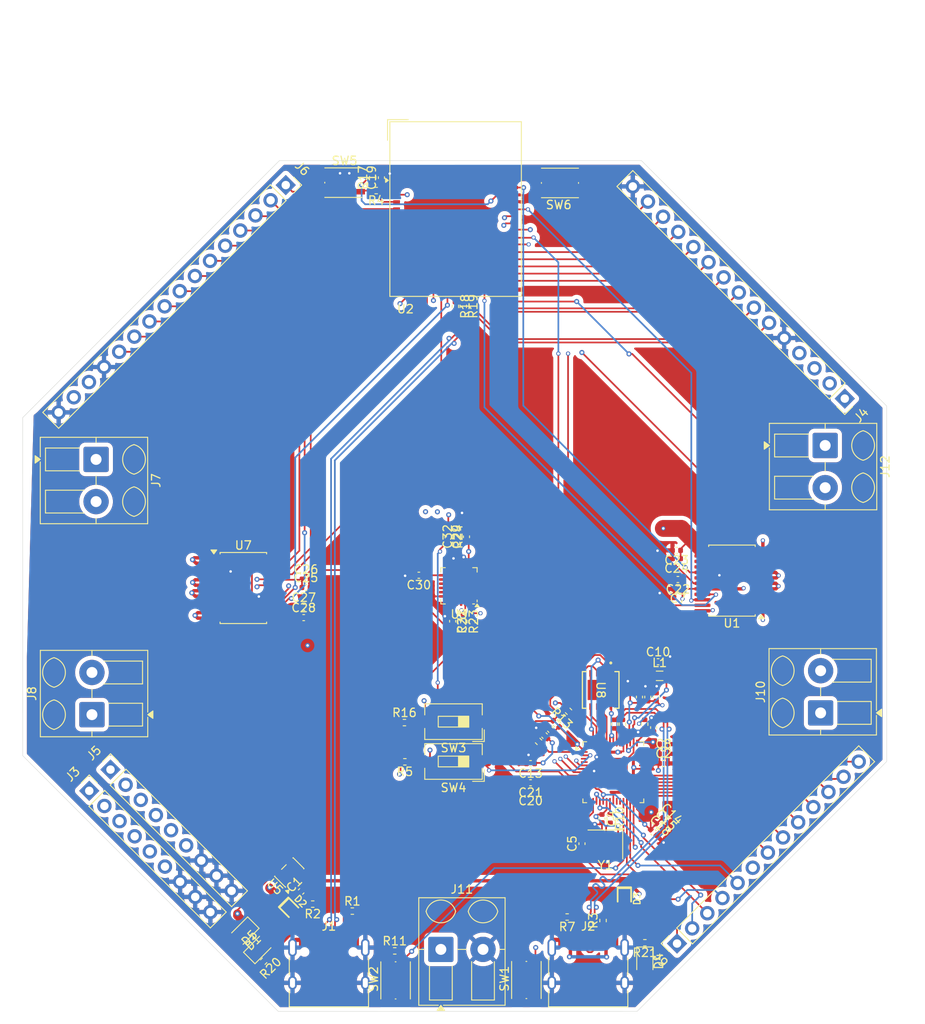
<source format=kicad_pcb>
(kicad_pcb (version 20241229) (generator "pcbnew") (generator_version "9.0")
  (layers (0 "F.Cu" signal) (4 "In1.Cu" signal) (6 "In2.Cu" signal) (2 "B.Cu" signal) (13 "F.Paste" user) (15 "B.Paste" user) (5 "F.SilkS" user "F.Silkscreen") (7 "B.SilkS" user "B.Silkscreen") (1 "F.Mask" user) (3 "B.Mask" user) (25 "Edge.Cuts" user))
  (net 0 "")
  (net 1 "EN")
  (net 2 "IO0")
  (net 3 "/XIN")
  (net 4 "Net-(J1-CC2)")
  (net 5 "Net-(C5-Pad1)")
  (net 6 "+1V1")
  (net 8 "Net-(J1-CC1)")
  (net 10 "IO9")
  (net 11 "IO3")
  (net 12 "IO8")
  (net 13 "IO5")
  (net 14 "IO4")
  (net 15 "IO2")
  (net 16 "IO7")
  (net 17 "IO1")
  (net 18 "IO6")
  (net 19 "IO37")
  (net 20 "IO39")
  (net 21 "IO38")
  (net 22 "IO36")
  (net 23 "IO35")
  (net 24 "IO40")
  (net 25 "IO21")
  (net 26 "/VREG_AVDD")
  (net 27 "VCC_ESP32_5V")
  (net 28 "IO10")
  (net 29 "IO26")
  (net 30 "IO45")
  (net 31 "IO15")
  (net 32 "IO11")
  (net 33 "IO14")
  (net 34 "IO47")
  (net 35 "IO48")
  (net 36 "IO42")
  (net 37 "IO46")
  (net 38 "IO33")
  (net 39 "IO41")
  (net 40 "IO17")
  (net 41 "IO18")
  (net 42 "IO12")
  (net 43 "IO13")
  (net 44 "VCC_RP2354A_5V")
  (net 45 "+5V")
  (net 46 "IO34")
  (net 47 "IO16")
  (net 48 "ESP_D+")
  (net 49 "ESP_D-")
  (net 50 "RP2354A_D-")
  (net 52 "RP2354A_D+")
  (net 54 "Net-(J2-CC1)")
  (net 55 "Net-(J2-CC2)")
  (net 56 "/GPIO7")
  (net 57 "/GPIO12")
  (net 58 "/GPIO9")
  (net 59 "/GPIO1")
  (net 60 "/GPIO2")
  (net 61 "/GPIO3")
  (net 62 "/GPIO0")
  (net 63 "/GPIO4")
  (net 64 "/GPIO8")
  (net 65 "/GPIO5")
  (net 66 "/GPIO6")
  (net 67 "/GPIO11")
  (net 68 "/GPIO10")
  (net 69 "/GPIO20")
  (net 70 "/GPIO13")
  (net 71 "/GPIO24")
  (net 72 "/GPIO22")
  (net 73 "/GPIO16")
  (net 74 "/GPIO14")
  (net 75 "/GPIO15")
  (net 76 "/GPIO25")
  (net 77 "/GPIO19")
  (net 78 "/GPIO23")
  (net 79 "/GPIO18")
  (net 80 "/GPIO17")
  (net 81 "/GPIO21")
  (net 82 "/VREG_LX")
  (net 83 "ESP_TXD")
  (net 84 "/FLASH_SS")
  (net 85 "/QSPI_SS")
  (net 86 "/XOUT")
  (net 87 "Net-(R11-Pad1)")
  (net 88 "/~{USB_BOOT}")
  (net 89 "Net-(U6-USB_DP)")
  (net 90 "Net-(U6-USB_DM)")
  (net 91 "ESP_RXD")
  (net 92 "Net-(U2-USB_D-)")
  (net 93 "Net-(U2-USB_D+)")
  (net 94 "/RUN")
  (net 95 "/QSPI_SD0")
  (net 96 "/QSPI_SD1")
  (net 97 "/QSPI_SCLK")
  (net 98 "/QSPI_SD2")
  (net 99 "/QSPI_SD3")
  (net 100 "/SWD")
  (net 101 "/GPIO29_ADC3")
  (net 102 "/SWCLK")
  (net 103 "/GPIO27_ADC1")
  (net 104 "/GPIO28_ADC2")
  (net 105 "/GPIO26_ADC0")
  (net 106 "MOTOR_1_B")
  (net 107 "MOTOR_1_A")
  (net 108 "MOTOR_2_B")
  (net 109 "MOTOR_2_A")
  (net 110 "MOTOR_4_A")
  (net 111 "MOTOR_4_B")
  (net 112 "L293D_HIGH_INPUT")
  (net 113 "MOTOR_3_B")
  (net 114 "MOTOR_3_A")
  (net 115 "Net-(D4-K)")
  (net 116 "Net-(D5-K)")
  (net 117 "GND")
  (net 118 "Net-(U3-CPOUT)")
  (net 119 "Net-(U3-REGOUT)")
  (net 135 "+3V3")
  (footprint "Resistor_SMD:R_0402_1005Metric" (layer "F.Cu") (at 146.82 80.330002 -90)
    (property "Reference" "R19")
    (property "Value" "22")
  )
  (footprint "Package_SO:SSOP-24_5.3x8.2mm_P0.65mm" (layer "F.Cu") (at 120.73 113.71)
    (property "Reference" "U7")
    (property "Value" "TB6612FNG")
  )
  (footprint "LED_SMD:LED_0805_2012Metric" (layer "F.Cu") (at 168.36 157.94 -90)
    (property "Reference" "D4")
    (property "Value" "LED")
  )
  (footprint "Capacitor_SMD:C_0402_1005Metric" (layer "F.Cu") (at 154.81 137.78 180)
    (property "Reference" "C20")
    (property "Value" "100n")
  )
  (footprint "Connector_PinSocket_2.54mm:PinSocket_1x16_P2.54mm_Vertical" (layer "F.Cu") (at 125.760768 65.959232 -45)
    (property "Reference" "J6")
    (property "Value" "ESP32_Socket_2")
  )
  (footprint "TerminalBlock_Altech:Altech_AK300_1x02_P5.00mm_45-Degree" (layer "F.Cu") (at 102.77 128.72 90)
    (property "Reference" "J8")
    (property "Value" "Motor 2")
  )
  (footprint "Connector_PinSocket_2.54mm:PinSocket_1x09_P2.54mm_Vertical" (layer "F.Cu") (at 102.450544 137.745189 45)
    (property "Reference" "J3")
    (property "Value" "Conn_01x09_Socket")
  )
  (footprint "ul_W25Q64JVXGIQ:DFN_XGIQ TR_WIN" (layer "F.Cu") (at 163.11985 125.7915 -90)
    (property "Reference" "U8")
    (property "Value" "W25Q64JVXGIQ TR")
  )
  (footprint "Connector_PinSocket_2.54mm:PinSocket_1x13_P2.54mm_Vertical" (layer "F.Cu") (at 172.177385 155.842615 135)
    (property "Reference" "J9")
    (property "Value" "Conn_01x13_Socket")
  )
  (footprint "Capacitor_SMD:C_0402_1005Metric" (layer "F.Cu") (at 172.28 112.7 180)
    (property "Reference" "C22")
    (property "Value" "0.1u")
  )
  (footprint "Capacitor_SMD:C_0402_1005Metric" (layer "F.Cu") (at 127.89 117.22)
    (property "Reference" "C28")
    (property "Value" "0.1u")
  )
  (footprint "Resistor_SMD:R_0402_1005Metric" (layer "F.Cu") (at 123.144405 157.938631 -135)
    (property "Reference" "R20")
    (property "Value" "330")
  )
  (footprint "Button_Switch_SMD:SW_DIP_SPSTx01_Slide_6.7x4.1mm_W6.73mm_P2.54mm_LowProfile_JPin" (layer "F.Cu") (at 145.66 134.27 180)
    (property "Reference" "SW4")
    (property "Value" "SW_DIP_x01")
  )
  (footprint "Button_Switch_SMD:SW_Push_1P1T_NO_Vertical_Wuerth_434133025816" (layer "F.Cu") (at 158.29 65.705 180)
    (property "Reference" "SW6")
    (property "Value" "Reset")
  )
  (footprint "Resistor_SMD:R_0402_1005Metric" (layer "F.Cu") (at 159.140001 152.7 180)
    (property "Reference" "R7")
    (property "Value" "5.1k")
  )
  (footprint "Package_TO_SOT_SMD:SOT-23-5" (layer "F.Cu") (at 126.18 147.42 135)
    (property "Reference" "U5")
    (property "Value" "AP2112K-3.3")
  )
  (footprint "LED_SMD:LED_0805_2012Metric" (layer "F.Cu") (at 122.622913 156.367087 45)
    (property "Reference" "D5")
    (property "Value" "LED")
  )
  (footprint "Capacitor_SMD:C_0402_1005Metric" (layer "F.Cu") (at 156.461178 131.201178 135)
    (property "Reference" "C12" (hide yes))
    (property "Value" "4.7u")
  )
  (footprint "TerminalBlock_Altech:Altech_AK300_1x02_P5.00mm_45-Degree" (layer "F.Cu") (at 189.21 128.51 90)
    (property "Reference" "J10")
    (property "Value" "Motor 3")
  )
  (footprint "Capacitor_SMD:C_0402_1005Metric" (layer "F.Cu") (at 170.58 134.5)
    (property "Reference" "C2")
    (property "Value" "10uF")
  )
  (footprint "Capacitor_SMD:C_0402_1005Metric" (layer "F.Cu") (at 157.150589 130.490589 135)
    (property "Reference" "C3" (hide yes))
    (property "Value" "0.1uF")
  )
  (footprint "Sensor_Motion:InvenSense_QFN-24_4x4mm_P0.5mm" (layer "F.Cu") (at 146.31 113.45 180)
    (property "Reference" "U3")
    (property "Value" "MPU-6050")
  )
  (footprint "Resistor_SMD:R_0402_1005Metric" (layer "F.Cu") (at 128.960001 151.17 180)
    (property "Reference" "R2")
    (property "Value" "5.1k")
  )
  (footprint "Connector_PinSocket_2.54mm:PinSocket_1x15_P2.54mm_Vertical" (layer "F.Cu") (at 192.074717 91.264717 -135)
    (property "Reference" "J4")
    (property "Value" "Conn_01x15_Socket")
  )
  (footprint "Connector_PinSocket_2.54mm:PinSocket_1x09_P2.54mm_Vertical" (layer "F.Cu") (at 104.97 135.23 45)
    (property "Reference" "J5")
    (property "Value" "Conn_01x09_Socket")
  )
  (footprint "Capacitor_SMD:C_0402_1005Metric" (layer "F.Cu") (at 167.72 126.63 90)
    (property "Reference" "C9" (hide yes))
    (property "Value" "4.7u")
  )
  (footprint "LED_SMD:LED_0805_2012Metric" (layer "F.Cu") (at 120.727197 154.552803 -135)
    (property "Reference" "D1")
    (property "Value" "LED")
  )
  (footprint "Resistor_SMD:R_0402_1005Metric" (layer "F.Cu") (at 139.84 129.66)
    (property "Reference" "R16")
    (property "Value" "10k")
  )
  (footprint "Capacitor_SMD:C_0402_1005Metric" (layer "F.Cu") (at 145.557538 117.645843 -90)
    (property "Reference" "C31")
    (property "Value" "2.2nF")
  )
  (footprint "Resistor_SMD:R_0402_1005Metric" (layer "F.Cu") (at 158.570589 129.060589 135)
    (property "Reference" "R8" (hide yes))
    (property "Value" "0")
  )
  (footprint "Resistor_SMD:R_0402_1005Metric" (layer "F.Cu") (at 163.4 153.12 90)
    (property "Reference" "R3")
    (property "Value" "5.1k")
  )
  (footprint "B5819W:SOD123FL" (layer "F.Cu") (at 126.1 151.55 -45)
    (property "Reference" "D2")
    (property "Value" "B5819W")
  )
  (footprint "Capacitor_SMD:C_0402_1005Metric" (layer "F.Cu") (at 170.58 133.36)
    (property "Reference" "C8")
    (property "Value" "4.7u")
  )
  (footprint "Capacitor_SMD:C_0402_1005Metric" (layer "F.Cu") (at 170.740589 141.310589 -45)
    (property "Reference" "C14")
    (property "Value" "100n")
  )
  (footprint "B5819W:SOD123FL" (layer "F.Cu") (at 165.93 150.03 -90)
    (property "Reference" "D3")
    (property "Value" "B5819W")
  )
  (footprint "Resistor_SMD:R_0402_1005Metric" (layer "F.Cu") (at 145.88 80.330001 -90)
    (property "Reference" "R18")
    (property "Value" "22")
  )
  (footprint "Package_SO:SSOP-24_5.3x8.2mm_P0.65mm" (layer "F.Cu") (at 178.69 112.8325 180)
    (property "Reference" "U1")
    (property "Value" "TB6612FNG")
  )
  (footprint "Resistor_SMD:R_0402_1005Metric" (layer "F.Cu") (at 168.36 155.752499 180)
    (property "Reference" "R21")
    (property "Value" "330")
  )
  (footprint "Capacitor_SMD:C_0402_1005Metric" (layer "F.Cu") (at 128.16 113.65)
    (property "Reference" "C25")
    (property "Value" "10u")
  )
  (footprint "Resistor_SMD:R_0402_1005Metric" (layer "F.Cu") (at 133.66 152)
    (property "Reference" "R1")
    (property "Value" "5.1k")
  )
  (footprint "Resistor_SMD:R_0402_1005Metric" (layer "F.Cu") (at 138.690123 156.716892)
    (property "Reference" "R11")
    (property "Value" "1k")
  )
  (footprint "Button_Switch_SMD:SW_Push_1P1T_NO_Vertical_Wuerth_434133025816" (layer "F.Cu") (at 132.589999 65.67)
    (property "Reference" "SW5")
    (property "Value" "Boot")
  )
  (footprint "Inductor_SMD:L_0805_2012Metric" (layer "F.Cu") (at 170.11 124.12)
    (property "Reference" "L1")
    (property "Value" "3.3u")
  )
  (footprint "Resistor_SMD:R_0402_1005Metric" (layer "F.Cu") (at 159.31 128.32 135)
    (property "Reference" "R13")
    (property "Value" "1k")
  )
  (footprint "Capacitor_SMD:C_0402_1005Metric" (layer "F.Cu") (at 147.2 107.64 90)
    (property "Reference" "C29")
    (property "Value" "0.1u")
  )
  (footprint "Crystal:Crystal_SMD_3225-4Pin_3.2x2.5mm" (layer "F.Cu") (at 163.67 144.1 180)
    (property "Reference" "Y1")
    (property "Value" "ABM8-272-T3")
  )
  (footprint "Capacitor_SMD:C_0402_1005Metric" (layer "F.Cu") (at 168.71 126.63 90)
    (property "Reference" "C17" (hide yes))
    (property "Value" "100n")
  )
  (footprint "Resistor_SMD:R_0402_1005Metric" (layer "F.Cu") (at 164.77 129.840001 -90)
    (property "Reference" "R14" (hide yes))
    (property "Value" "27")
  )
  (footprint "Capacitor_SMD:C_0402_1005Metric" (layer "F.Cu") (at 127.59 149.67 45)
    (property "Reference" "C1")
    (property "Value" "10uF")
  )
  (footprint "Resistor_SMD:R_0402_1005Metric" (layer "F.Cu") (at 136.08 65.080001 90)
    (property "Reference" "R17")
    (property "Value" "10k")
  )
  (footprint "Connector_USB:USB_C_Receptacle_HRO_TYPE-C-31-M-12" (layer "F.Cu") (at 161.64 159.45)
    (property "Reference" "J2")
    (property "Value" "USB_C_Receptacle_USB2.0_16P")
  )
  (footprint "Resistor_SMD:R_0402_1005Metric" (layer "F.Cu") (at 147.837538 117.695843 90)
    (property "Reference" "R22")
    (property "Value" "4.7k")
  )
  (footprint "RF_Module:ESP32-S2-MINI-1" (layer "F.Cu") (at 145.910001 68.8)
    (property "Reference" "U2")
    (property "Value" "ESP32-S3-MINI-1")
  )
  (footprint "Button_Switch_SMD:SW_Push_1P1T_NO_Vertical_Wuerth_434133025816" (layer "F.Cu") (at 154.305 160.165 90)
    (property "Reference" "SW1")
    (property "Value" "SW_Push")
  )
  (footprint "Resistor_SMD:R_0402_1005Metric" (layer "F.Cu") (at 155.749965 131.889965 135)
    (property "Reference" "R6" (hide yes))
    (property "Value" "DNF")
  )
  (footprint "Capacitor_SMD:C_0402_1005Metric" (layer "F.Cu") (at 146.12 107.61 90)
    (property "Reference" "C32")
    (property "Value" "0.1u")
  )
  (footprint "Capacitor_SMD:C_0402_1005Metric" (layer "F.Cu") (at 154.8 134.52 180)
    (property "Reference" "C13")
    (property "Value" "100n")
  )
  (footprint "Capacitor_SMD:C_0402_1005Metric" (layer "F.Cu") (at 172.12 110.23 180)
    (property "Reference" "C24")
    (property "Value" "0.1u")
  )
  (footprint "Connector_USB:USB_C_Receptacle_HRO_TYPE-C-31-M-12" (layer "F.Cu") (at 130.88 159.45)
    (property "Reference" "J1")
    (property "Value" "USB_C_Receptacle_USB2.0_16P")
  )
  (footprint "Capacitor_SMD:C_0402_1005Metric" (layer "F.Cu") (at 170.58 132.21)
    (property "Reference" "C16" (hide yes))
    (property "Value" "100n")
  )
  (footprint "Resistor_SMD:R_0402_1005Metric" (layer "F.Cu") (at 168.34 129.84 -90)
    (property "Reference" "R12" (hide yes))
    (property "Value" "33")
  )
  (footprint "Capacitor_SMD:C_0402_1005Metric" (layer "F.Cu") (at 172.28 113.82 180)
    (property "Reference" "C7")
    (property "Value" "10u")
  )
  (footprint "Resistor_SMD:R_0402_1005Metric" (layer "F.Cu") (at 136.49 66.61 180)
    (property "Reference" "R4")
    (property "Value" "10k")
  )
  (footprint "Resistor_SMD:R_0402_1005Metric" (layer "F.Cu") (at 157.840589 129.800589 135)
    (property "Reference" "R9" (hide yes))
    (property "Value" "DNF")
  )
  (footprint "Resistor_SMD:R_0402_1005Metric" (layer "F.Cu") (at 164.24 141.03 -90)
    (property "Reference" "R10")
    (property "Value" "1k")
  )
  (footprint "Capacitor_SMD:C_0402_1005Metric" (layer "F.Cu") (at 163.27 141.03 -90)
    (property "Reference" "C4")
    (property "Value" "15p")
  )
  (footprint "Capacitor_SMD:C_0402_1005Metric" (layer "F.Cu") (at 154.8 136.79 180)
    (property "Reference" "C21")
    (property "Value" "10u")
  )
  (footprint "Package_DFN_QFN:QFN-60-1EP_7x7mm_P0.4mm_EP3.4x3.4mm" (layer "F.Cu") (at 164.62 135.54)
    (property "Reference" "U6" (hide yes))
    (property "Value" "RP2350_60QFN")
  )
  (footprint "Resistor_SMD:R_0402_1005Metric" (layer "F.Cu") (at 145.042463 107.634157 -90)
    (property "Reference" "R24")
    (property "Value" "10k")
  )
  (footprint "Capacitor_SMD:C_0402_1005Metric" (layer "F.Cu") (at 169.71 126.63 90)
    (property "Reference" "C6" (hide yes))
    (property "Value" "100n")
  )
  (footprint "Capacitor_SMD:C_0402_1005Metric" (layer "F.Cu") (at 160.9 144.01 90)
    (property "Reference" "C5")
    (property "Value" "15p")
  )
  (footprint "Capacitor_SMD:C_0402_1005Metric" (layer "F.Cu") (at 137.109999 65.080001 90)
    (property "Reference" "C19")
    (property "Value" "100n")
  )
  (footprint "Resistor_SMD:R_0402_1005Metric" (layer "F.Cu") (at 146.887538 117.695844 -90)
    (property "Reference" "R23")
    (property "Value" "4.7k")
  )
  (footprint "Resistor_SMD:R_0402_1005Metric" (layer "F.Cu") (at 139.890001 134.31 180)
    (property "Reference" "R5")
    (property "Value" "10k")
  )
  (footprint "Button_Switch_SMD:SW_Push_1P1T_NO_Vertical_Wuerth_434133025816" (layer "F.Cu") (at 138.79 160.21 90)
    (property "Reference" "SW2")
    (property "Value" "SW_Push")
  )
  (footprint "Capacitor_SMD:C_0402_1005Metric" (layer "F.Cu") (at 141.547538 112.195843 180)
    (property "Reference" "C30")
    (property "Value" "0.1u")
  )
  (footprint "Capacitor_SMD:C_0402_1005Metric" (layer "F.Cu") (at 127.9 116)
    (property "Reference" "C27")
    (property "Value" "10u")
  )
  (footprint "Capacitor_SMD:C_0402_1005Metric" (layer "F.Cu") (at 169.93 122.45)
    (property "Reference" "C10")
    (property "Value" "100n")
  )
  (footprint "TerminalBlock_Altech:Altech_AK300_1x02_P5.00mm_45-Degree" (layer "F.Cu") (at 189.75 96.82 -90)
    (property "Reference" "J12")
    (property "Value" "Motor 3")
  )
  (footprint "Capacitor_SMD:C_0402_1005Metric" (layer "F.Cu") (at 128.17 112.67)
    (property "Reference" "C26")
    (property "Value" "0.1u")
  )
  (footprint "TerminalBlock_Altech:Altech_AK300_1x02_P5.00mm_45-Degree" (layer "F.Cu") (at 144.16 156.5375)
    (property "Reference" "J11")
    (property "Value" "Power Input L293d")
  )
  (footprint "Capacitor_SMD:C_0402_1005Metric" (layer "F.Cu") (at 170.06 142 -45)
    (property "Reference" "C15")
    (property "Value" "100n")
  )
  (footprint "Capacitor_SMD:C_0402_1005Metric" (layer "F.Cu") (at 169.4 130.25 90)
    (property "Reference" "C11" (hide yes))
    (property "Value" "4.7u")
  )
  (footprint "Button_Switch_SMD:SW_DIP_SPSTx01_Slide_6.7x4.1mm_W6.73mm_P2.54mm_LowProfile_JPin" (layer "F.Cu") (at 145.66 129.55 180)
    (property "Reference" "SW3")
    (property "Value" "SW_DIP_x01")
  )
  (footprint "Resistor_SMD:R_0402_1005Metric" (layer "F.Cu") (at 165.71 129.84 -90)
    (property "Reference" "R15" (hide yes))
    (property "Value" "27")
  )
  (footprint "Capacitor_SMD:C_0402_1005Metric" (layer "F.Cu") (at 172.12 109.25 180)
    (property "Reference" "C23")
    (property "Value" "10u")
  )
  (footprint "Capacitor_SMD:C_0402_1005Metric" (layer "F.Cu") (at 169.39 142.68 -45)
    (property "Reference" "C18")
    (property "Value" "100n")
  )
  (footprint "TerminalBlock_Altech:Altech_AK300_1x02_P5.00mm_45-Degree" (layer "F.Cu") (at 103.26 98.47 -90)
    (property "Reference" "J7")
    (property "Value" "Motor 1")
  )
  (gr_poly (pts (xy 94.552574 93.518647) (xy 125.00729 63.056396) (xy 167.949787 63.051085) (xy 197.041873 92.135979) (xy 197.047085 134.26855) (xy 167.442034 163.880923) (xy 124.870359 163.886187) (xy 94.557528 133.580852)) (stroke (width 0.05)) (fill no) (layer "Edge.Cuts"))
  (segment (start 156.24 64.63) (end 160.365 64.63) (width 0.2) (layer "F.Cu") (net 1))
  (segment (start 150.36 67.598001) (end 152.558002 65.399999) (width 0.2) (layer "F.Cu") (net 1))
  (segment (start 155.470001 65.399999) (end 156.24 64.63) (width 0.2) (layer "F.Cu") (net 1))
  (segment (start 152.910001 65.399999) (end 155.470001 65.399999) (width 0.2) (layer "F.Cu") (net 1))
  (segment (start 152.558002 65.399999) (end 152.910001 65.399999) (width 0.2) (layer "F.Cu") (net 1))
  (segment (start 136.08 64.599998) (end 134.76 65.919998) (width 0.2) (layer "F.Cu") (net 1))
  (segment (start 150.351999 67.598001) (end 150.36 67.598001) (width 0.2) (layer "F.Cu") (net 1))
  (segment (start 150.1 67.85) (end 150.351999 67.598001) (width 0.2) (layer "F.Cu") (net 1))
  (segment (start 136.08 64.570002) (end 136.08 64.599998) (width 0.2) (layer "F.Cu") (net 1))
  (via (at 150.1 67.85) (size 0.6) (drill 0.3) (layers "F.Cu" "B.Cu") (net 1))
  (via (at 134.76 65.919998) (size 0.6) (drill 0.3) (layers "F.Cu" "B.Cu") (net 1))
  (segment (start 149.72 68.23) (end 135.18 68.23) (width 0.2) (layer "B.Cu") (net 1))
  (segment (start 150.1 67.85) (end 149.72 68.23) (width 0.2) (layer "B.Cu") (net 1))
  (segment (start 135.18 68.23) (end 134.76 67.81) (width 0.2) (layer "B.Cu") (net 1))
  (segment (start 134.76 67.81) (end 134.76 65.919998) (width 0.2) (layer "B.Cu") (net 1))
  (segment (start 134.639999 66.745) (end 130.514999 66.745) (width 0.2) (layer "F.Cu") (net 2))
  (segment (start 126.546536 66.745) (end 125.760768 65.959232) (width 0.2) (layer "F.Cu") (net 2))
  (segment (start 134.774999 66.61) (end 134.639999 66.745) (width 0.2) (layer "F.Cu") (net 2))
  (segment (start 138.910001 67.95) (end 137.320001 67.95) (width 0.2) (layer "F.Cu") (net 2))
  (segment (start 135.980001 66.61) (end 134.774999 66.61) (width 0.2) (layer "F.Cu") (net 2))
  (segment (start 137.320001 67.95) (end 135.980001 66.61) (width 0.2) (layer "F.Cu") (net 2))
  (segment (start 130.514999 66.745) (end 126.546536 66.745) (width 0.2) (layer "F.Cu") (net 2))
  (segment (start 163.82 138.99) (end 163.82 140) (width 0.2) (layer "F.Cu") (net 3))
  (segment (start 163.82 140) (end 163.27 140.55) (width 0.2) (layer "F.Cu") (net 3))
  (segment (start 165.19 142.83) (end 164.77 143.25) (width 0.2) (layer "F.Cu") (net 3))
  (segment (start 162.81 140.55) (end 162.56 140.8) (width 0.2) (layer "F.Cu") (net 3))
  (segment (start 163.27 140.55) (end 162.81 140.55) (width 0.2) (layer "F.Cu") (net 3))
  (segment (start 165.19 141.89) (end 165.19 142.83) (width 0.2) (layer "F.Cu") (net 3))
  (via (at 165.19 141.89) (size 0.6) (drill 0.3) (layers "F.Cu" "B.Cu") (net 3))
  (via (at 162.56 140.8) (size 0.6) (drill 0.3) (layers "F.Cu" "B.Cu") (net 3))
  (segment (start 163.65 141.89) (end 165.19 141.89) (width 0.2) (layer "B.Cu") (net 3))
  (segment (start 162.56 140.8) (end 163.65 141.89) (width 0.2) (layer "B.Cu") (net 3))
  (segment (start 132.63 152.52) (end 133.15 152) (width 0.2) (layer "F.Cu") (net 4))
  (segment (start 132.63 155.405) (end 132.63 152.52) (width 0.2) (layer "F.Cu") (net 4))
  (segment (start 162.57 144.95) (end 161.36 144.95) (width 0.2) (layer "F.Cu") (net 5))
  (segment (start 163.769 142.010999) (end 164.24 141.539999) (width 0.2) (layer "F.Cu") (net 5))
  (segment (start 161.36 144.95) (end 160.9 144.49) (width 0.2) (layer "F.Cu") (net 5))
  (segment (start 163.769 143.751) (end 163.769 142.010999) (width 0.2) (layer "F.Cu") (net 5))
  (segment (start 162.57 144.95) (end 163.769 143.751) (width 0.2) (layer "F.Cu") (net 5))
  (segment (start 155.36 134.44) (end 155.28 134.52) (width 0.2) (layer "F.Cu") (net 6))
  (segment (start 165.23 133.08) (end 165.15 133.16) (width 0.2) (layer "F.Cu") (net 6))
  (segment (start 156.800589 131.540589) (end 156.860589 131.540589) (width 0.2) (layer "F.Cu") (net 6))
  (segment (start 168.07 135.14) (end 167.05 135.14) (width 0.2) (layer "F.Cu") (net 6))
  (segment (start 161.17 134.74) (end 162.17 134.74) (width 0.2) (layer "F.Cu") (net 6))
  (segment (start 165.82 131.23) (end 166.08 130.97) (width 0.2) (layer "F.Cu") (net 6))
  (segment (start 168.81245 124.12) (end 166.62 126.31245) (width 0.2) (layer "F.Cu") (net 6))
  (segment (start 165.55 133.08) (end 165.37 133.08) (width 0.2) (layer "F.Cu") (net 6))
  (segment (start 164.62 138.99) (end 164.62 138.05) (width 0.2) (layer "F.Cu") (net 6))
  (segment (start 156.860589 131.540589) (end 157.38 132.06) (width 0.2) (layer "F.Cu") (net 6))
  (segment (start 160.16 134.24) (end 160.231826 134.168174) (width 0.2) (layer "F.Cu") (net 6))
  (segment (start 169.0475 124.12) (end 168.81245 124.12) (width 0.2) (layer "F.Cu") (net 6))
  (segment (start 169.0475 122.8525) (end 169.45 122.45) (width 0.4) (layer "F.Cu") (net 6))
  (segment (start 165.82 132.09) (end 165.82 133.08) (width 0.2) (layer "F.Cu") (net 6))
  (segment (start 162.17 134.74) (end 162.18 134.75) (width 0.2) (layer "F.Cu") (net 6))
  (segment (start 167.05 134.99) (end 167.04 134.98) (width 0.2) (layer "F.Cu") (net 6))
  (segment (start 165.55 133.08) (end 165.23 133.08) (width 0.2) (layer "F.Cu") (net 6))
  (segment (start 169.0475 124.12) (end 169.0475 122.8525) (width 0.4) (layer "F.Cu") (net 6))
  (segment (start 165.82 132.09) (end 165.82 131.23) (width 0.2) (layer "F.Cu") (net 6))
  (segment (start 156.28 134.44) (end 155.36 134.44) (width 0.2) (layer "F.Cu") (net 6))
  (segment (start 167.05 135.14) (end 167.05 134.99) (width 0.2) (layer "F.Cu") (net 6))
  (segment (start 165.82 133.08) (end 165.55 133.08) (width 0.2) (layer "F.Cu") (net 6))
  (segment (start 166.08 130.97) (end 166.516373 130.533627) (width 0.2) (layer "F.Cu") (net 6))
  (segment (start 161.17 134.74) (end 160.66 134.74) (width 0.2) (layer "F.Cu") (net 6))
  (segment (start 160.66 134.74) (end 160.16 134.24) (width 0.2) (layer "F.Cu") (net 6))
  (segment (start 166.62 127.32) (end 167.51 127.32) (width 0.2) (layer "F.Cu") (net 6))
  (segment (start 167.51 127.32) (end 167.72 127.11) (width 0.2) (layer "F.Cu") (net 6))
  (segment (start 164.62 138.05) (end 164.68 137.99) (width 0.2) (layer "F.Cu") (net 6))
  (segment (start 165.82 133.08) (end 165.83 133.09) (width 0.2) (layer "F.Cu") (net 6))
  (segment (start 166.62 126.31245) (end 166.62 127.32) (width 0.2) (layer "F.Cu") (net 6))
  (segment (start 166.516373 130.533627) (end 166.516373 129.596054) (width 0.2) (layer "F.Cu") (net 6))
  (via (at 166.62 127.32) (size 0.6) (drill 0.3) (layers "F.Cu" "B.Cu") (net 6))
  (via (at 156.28 134.44) (size 0.6) (drill 0.3) (layers "F.Cu" "B.Cu") (net 6))
  (via (at 165.15 133.16) (size 0.6) (drill 0.3) (layers "F.Cu" "B.Cu") (net 6))
  (via (at 166.516373 129.596054) (size 0.6) (drill 0.3) (layers "F.Cu" "B.Cu") (net 6))
  (via (at 167.04 134.98) (size 0.6) (drill 0.3) (layers "F.Cu" "B.Cu") (net 6))
  (via (at 157.38 132.06) (size 0.6) (drill 0.3) (layers "F.Cu" "B.Cu") (net 6))
  (via (at 160.231826 134.168174) (size 0.5) (drill 0.3) (layers "F.Cu" "B.Cu") (net 6))
  (segment (start 157.38 132.06) (end 157.38 133.34) (width 0.2) (layer "B.Cu") (net 6))
  (segment (start 166.516373 127.423627) (end 166.62 127.32) (width 0.2) (layer "B.Cu") (net 6))
  (segment (start 166.516373 129.596054) (end 166.516373 127.423627) (width 0.2) (layer "B.Cu") (net 6))
  (segment (start 157.38 133.34) (end 156.28 134.44) (width 0.2) (layer "B.Cu") (net 6))
  (segment (start 129.63 155.405) (end 129.63 151.33) (width 0.2) (layer "F.Cu") (net 8))
  (segment (start 129.63 151.33) (end 129.47 151.17) (width 0.2) (layer "F.Cu") (net 8))
  (segment (start 129.019999 75.600001) (end 122.496307 82.123693) (width 0.2) (layer "F.Cu") (net 10))
  (segment (start 138.910001 75.600001) (end 129.019999 75.600001) (width 0.2) (layer "F.Cu") (net 10))
  (segment (start 122.496307 82.123693) (end 109.596307 82.123693) (width 0.2) (layer "F.Cu") (net 10))
  (segment (start 123.19 70.5) (end 122.342614 71.347386) (width 0.2) (layer "F.Cu") (net 11))
  (segment (start 138.910001 70.5) (end 123.19 70.5) (width 0.2) (layer "F.Cu") (net 11))
  (segment (start 122.342614 71.347386) (end 120.372614 71.347386) (width 0.2) (layer "F.Cu") (net 11))
  (segment (start 127.72 74.75) (end 122.142358 80.327642) (width 0.2) (layer "F.Cu") (net 12))
  (segment (start 138.910001 74.75) (end 127.72 74.75) (width 0.2) (layer "F.Cu") (net 12))
  (segment (start 122.142358 80.327642) (end 111.392358 80.327642) (width 0.2) (layer "F.Cu") (net 12))
  (segment (start 138.910001 72.200001) (end 124.439999 72.200001) (width 0.2) (layer "F.Cu") (net 13))
  (segment (start 121.700512 74.939488) (end 116.780512 74.939488) (width 0.2) (layer "F.Cu") (net 13))
  (segment (start 124.439999 72.200001) (end 121.700512 74.939488) (width 0.2) (layer "F.Cu") (net 13))
  (segment (start 124.07 71.35) (end 122.276563 73.143437) (width 0.2) (layer "F.Cu") (net 14))
  (segment (start 122.276563 73.143437) (end 118.576563 73.143437) (width 0.2) (layer "F.Cu") (net 14))
  (segment (start 138.910001 71.35) (end 124.07 71.35) (width 0.2) (layer "F.Cu") (net 14))
  (segment (start 122.267332 69.65) (end 122.168666 69.551334) (width 0.2) (layer "F.Cu") (net 15))
  (segment (start 138.910001 69.65) (end 122.267332 69.65) (width 0.2) (layer "F.Cu") (net 15))
  (segment (start 121.978409 78.531591) (end 113.188409 78.531591) (width 0.2) (layer "F.Cu") (net 16))
  (segment (start 138.910001 73.9) (end 126.61 73.9) (width 0.2) (layer "F.Cu") (net 16))
  (segment (start 126.61 73.9) (end 121.978409 78.531591) (width 0.2) (layer "F.Cu") (net 16))
  (segment (start 125.009434 68.8) (end 123.964717 67.755283) (width 0.2) (layer "F.Cu") (net 17))
  (segment (start 138.910002 68.8) (end 125.009434 68.8) (width 0.2) (layer "F.Cu") (net 17))
  (segment (start 138.910001 73.05) (end 125.35 73.05) (width 0.2) (layer "F.Cu") (net 18))
  (segment (start 125.35 73.05) (end 121.664461 76.735539) (width 0.2) (layer "F.Cu") (net 18))
  (segment (start 121.664461 76.735539) (end 114.984461 76.735539) (width 0.2) (layer "F.Cu") (net 18))
  (segment (start 152.910001 75.600001) (end 168.226307 75.600001) (width 0.2) (layer "F.Cu") (net 19))
  (segment (start 168.226307 75.600001) (end 172.318154 71.508154) (width 0.2) (layer "F.Cu") (net 19))
  (segment (start 162.742102 73.9) (end 168.726051 67.916051) (width 0.2) (layer "F.Cu") (net 20))
  (segment (start 152.910001 73.9) (end 162.742102 73.9) (width 0.2) (layer "F.Cu") (net 20))
  (segment (start 152.910001 74.75) (end 165.484204 74.75) (width 0.2) (layer "F.Cu") (net 21))
  (segment (start 165.484204 74.75) (end 170.522102 69.712102) (width 0.2) (layer "F.Cu") (net 21))
  (segment (start 170.968411 76.449999) (end 174.114205 73.304205) (width 0.2) (layer "F.Cu") (net 22))
  (segment (start 152.910001 76.449999) (end 170.968411 76.449999) (width 0.2) (layer "F.Cu") (net 22))
  (segment (start 173.710512 77.3) (end 175.910256 75.100256) (width 0.2) (layer "F.Cu") (net 23))
  (segment (start 152.910001 77.3) (end 173.710512 77.3) (width 0.2) (layer "F.Cu") (net 23))
  (segment (start 152.970001 72.99) (end 152.910001 73.05) (width 0.2) (layer "F.Cu") (net 24))
  (segment (start 170.83 110.99) (end 169.91 110.99) (width 0.2) (layer "F.Cu") (net 24))
  (segment (start 169.91 110.99) (end 159.25 100.33) (width 0.2) (layer "F.Cu") (net 24))
  (segment (start 171.98755 110.99) (end 170.83 110.99) (width 0.2) (layer "F.Cu") (net 24))
  (segment (start 154.57 72.99) (end 152.970001 72.99) (width 0.2) (layer "F.Cu") (net 24))
  (segment (start 175.19 113.1575) (end 174.15505 113.1575) (width 0.2) (layer "F.Cu") (net 24))
  (segment (start 174.15505 113.1575) (end 171.98755 110.99) (width 0.2) (layer "F.Cu") (net 24))
  (segment (start 159.25 100.33) (end 159.25 85.93) (width 0.2) (layer "F.Cu") (net 24))
  (via (at 154.57 72.99) (size 0.5) (drill 0.3) (layers "F.Cu" "B.Cu") (net 24))
  (via (at 159.25 85.93) (size 0.5) (drill 0.3) (layers "F.Cu" "B.Cu") (net 24))
  (segment (start 147.610001 78.35) (end 147.610001 80.697101) (width 0.2) (layer "F.Cu") (net 25))
  (segment (start 180.767922 84.611) (end 183.094461 82.284461) (width 0.2) (layer "F.Cu") (net 25))
  (segment (start 147.610001 80.697101) (end 151.5239 84.611) (width 0.2) (layer "F.Cu") (net 25))
  (segment (start 151.5239 84.611) (end 180.767922 84.611) (width 0.2) (layer "F.Cu") (net 25))
  (segment (start 167.42 131.93) (end 168.34 131.01) (width 0.2) (layer "F.Cu") (net 26))
  (segment (start 168.34 131) (end 168.75 130.59) (width 0.2) (layer "F.Cu") (net 26))
  (segment (start 168.75 130.59) (end 169.36 130.59) (width 0.2) (layer "F.Cu") (net 26))
  (segment (start 167.42 132.09) (end 167.42 131.93) (width 0.2) (layer "F.Cu") (net 26))
  (segment (start 168.34 131) (end 168.34 130.349999) (width 0.2) (layer "F.Cu") (net 26))
  (segment (start 168.34 131.01) (end 168.34 131) (width 0.2) (layer "F.Cu") (net 26))
  (segment (start 133.33 156.19257) (end 133.33 155.405) (width 0.4) (layer "F.Cu") (net 27))
  (segment (start 127.249049 153.806745) (end 127.249049 152.699049) (width 0.4) (layer "F.Cu") (net 27))
  (segment (start 123.505029 157.550765) (end 127.249049 153.806745) (width 0.4) (layer "F.Cu") (net 27))
  (segment (start 123.505029 157.578007) (end 123.505029 157.550765) (width 0.4) (layer "F.Cu") (net 27))
  (segment (start 130.00843 157.771) (end 131.75157 157.771) (width 0.4) (layer "F.Cu") (net 27))
  (segment (start 128.43 155.405) (end 128.43 153.88) (width 0.4) (layer "F.Cu") (net 27))
  (segment (start 128.43 155.405) (end 128.43 156.19257) (width 0.4) (layer "F.Cu") (net 27))
  (segment (start 131.75157 157.771) (end 133.33 156.19257) (width 0.4) (layer "F.Cu") (net 27))
  (segment (start 128.43 156.19257) (end 130.00843 157.771) (width 0.4) (layer "F.Cu") (net 27))
  (segment (start 128.43 153.88) (end 127.249049 152.699049) (width 0.4) (layer "F.Cu") (net 27))
  (segment (start 130.540001 76.449999) (end 123.070256 83.919744) (width 0.2) (layer "F.Cu") (net 28))
  (segment (start 123.070256 83.919744) (end 107.800256 83.919744) (width 0.2) (layer "F.Cu") (net 28))
  (segment (start 138.910001 76.449999) (end 130.540001 76.449999) (width 0.2) (layer "F.Cu") (net 28))
  (segment (start 148.460001 80.980001) (end 151.69 84.21) (width 0.2) (layer "F.Cu") (net 29))
  (segment (start 177.57682 84.21) (end 181.29841 80.48841) (width 0.2) (layer "F.Cu") (net 29))
  (segment (start 148.460001 78.35) (end 148.460001 80.980001) (width 0.2) (layer "F.Cu") (net 29))
  (segment (start 151.69 84.21) (end 177.57682 84.21) (width 0.2) (layer "F.Cu") (net 29))
  (segment (start 152.95 68.84) (end 152.91 68.8) (width 0.2) (layer "F.Cu") (net 30))
  (segment (start 173.9525 115.1075) (end 173.87 115.19) (width 0.2) (layer "F.Cu") (net 30))
  (segment (start 175.19 115.1075) (end 173.9525 115.1075) (width 0.2) (layer "F.Cu") (net 30))
  (segment (start 154.49 68.84) (end 152.95 68.84) (width 0.2) (layer "F.Cu") (net 30))
  (via (at 173.87 115.19) (size 0.5) (drill 0.3) (layers "F.Cu" "B.Cu") (net 30))
  (via (at 154.49 68.84) (size 0.5) (drill 0.3) (layers "F.Cu" "B.Cu") (net 30))
  (segment (start 173.87 115.19) (end 173.87 88.22) (width 0.2) (layer "B.Cu") (net 30))
  (segment (start 173.87 88.22) (end 154.49 68.84) (width 0.2) (layer "B.Cu") (net 30))
  (segment (start 142.510001 81.359999) (end 142.510001 78.35) (width 0.2) (layer "F.Cu") (net 31))
  (segment (start 128.72 108.97) (end 128.72 95.15) (width 0.2) (layer "F.Cu") (net 31))
  (segment (start 128.72 95.15) (end 142.510001 81.359999) (width 0.2) (layer "F.Cu") (net 31))
  (segment (start 124.23 111.435) (end 126.255 111.435) (width 0.2) (layer "F.Cu") (net 31))
  (segment (start 126.255 111.435) (end 128.72 108.97) (width 0.2) (layer "F.Cu") (net 31))
  (segment (start 138.910001 77.3) (end 131.84 77.3) (width 0.2) (layer "F.Cu") (net 32))
  (segment (start 131.84 77.3) (end 123.424205 85.715795) (width 0.2) (layer "F.Cu") (net 32))
  (segment (start 123.424205 85.715795) (end 106.004205 85.715795) (width 0.2) (layer "F.Cu") (net 32))
  (segment (start 141.660001 78.35) (end 141.660001 81.319999) (width 0.2) (layer "F.Cu") (net 33))
  (segment (start 126.42667 114.95573) (end 126.12914 114.95573) (width 0.2) (layer "F.Cu") (net 33))
  (segment (start 141.660001 81.319999) (end 128 94.98) (width 0.2) (layer "F.Cu") (net 33))
  (segment (start 126.12914 114.95573) (end 125.09987 115.985) (width 0.2) (layer "F.Cu") (net 33))
  (segment (start 128 94.98) (end 128 107.16) (width 0.2) (layer "F.Cu") (net 33))
  (segment (start 125.09987 115.985) (end 124.23 115.985) (width 0.2) (layer "F.Cu") (net 33))
  (via (at 126.42667 114.95573) (size 0.6) (drill 0.3) (layers "F.Cu" "B.Cu") (net 33))
  (via (at 128 107.16) (size 0.6) (drill 0.3) (layers "F.Cu" "B.Cu") (net 33))
  (segment (start 128 107.16) (end 128 113.3824) (width 0.2) (layer "B.Cu") (net 33))
  (segment (start 128 113.3824) (end 126.42667 114.95573) (width 0.2) (layer "B.Cu") (net 33))
  (segment (start 149.33 78.369999) (end 149.310001 78.35) (width 0.2) (layer "F.Cu") (net 34))
  (segment (start 175.19 114.4575) (end 176.7575 114.4575) (width 0.2) (layer "F.Cu") (net 34))
  (segment (start 149.33 79.67) (end 149.33 78.369999) (width 0.2) (layer "F.Cu") (net 34))
  (segment (start 176.7575 114.4575) (end 176.79 114.49) (width 0.2) (layer "F.Cu") (net 34))
  (via (at 176.79 114.49) (size 0.5) (drill 0.3) (layers "F.Cu" "B.Cu") (net 34))
  (via (at 149.33 79.67) (size 0.5) (drill 0.3) (layers "F.Cu" "B.Cu") (net 34))
  (segment (start 149.33 92.289232) (end 149.33 79.67) (width 0.2) (layer "B.Cu") (net 34))
  (segment (start 176.79 114.49) (end 175.539 115.741) (width 0.2) (layer "B.Cu") (net 34))
  (segment (start 172.781768 115.741) (end 149.33 92.289232) (width 0.2) (layer "B.Cu") (net 34))
  (segment (start 175.539 115.741) (end 172.781768 115.741) (width 0.2) (layer "B.Cu") (net 34))
  (segment (start 175.19 111.2075) (end 176.4325 111.2075) (width 0.2) (layer "F.Cu") (net 35))
  (segment (start 176.4325 111.2075) (end 177.97 109.67) (width 0.2) (layer "F.Cu") (net 35))
  (segment (start 160.27 79.76) (end 152.81 79.76) (width 0.2) (layer "F.Cu") (net 35))
  (segment (start 179.18 108.46) (end 179.18 98.29) (width 0.2) (layer "F.Cu") (net 35))
  (segment (start 177.97 109.67) (end 179.18 108.46) (width 0.2) (layer "F.Cu") (net 35))
  (segment (start 179.18 98.29) (end 166.86 85.97) (width 0.2) (layer "F.Cu") (net 35))
  (segment (start 152.81 79.76) (end 151.860001 78.810001) (width 0.2) (layer "F.Cu") (net 35))
  (segment (start 151.860001 78.810001) (end 151.860001 78.35) (width 0.2) (layer "F.Cu") (net 35))
  (segment (start 166.86 85.97) (end 166.48 85.97) (width 0.2) (layer "F.Cu") (net 35))
  (via (at 166.48 85.97) (size 0.6) (drill 0.3) (layers "F.Cu" "B.Cu") (net 35))
  (via (at 160.27 79.76) (size 0.6) (drill 0.3) (layers "F.Cu" "B.Cu") (net 35))
  (segment (start 160.27 79.76) (end 166.48 85.97) (width 0.2) (layer "B.Cu") (net 35))
  (segment (start 153.020001 71.24) (end 152.910001 71.35) (width 0.2) (layer "F.Cu") (net 36))
  (segment (start 176.491 110.206499) (end 176.491 101.401) (width 0.2) (layer "F.Cu") (net 36))
  (segment (start 176.491 101.401) (end 160.89 85.8) (width 0.2) (layer "F.Cu") (net 36))
  (segment (start 154.77 71.24) (end 153.020001 71.24) (width 0.2) (layer "F.Cu") (net 36))
  (segment (start 176.139999 110.5575) (end 176.491 110.206499) (width 0.2) (layer "F.Cu") (net 36))
  (segment (start 175.19 110.5575) (end 176.139999 110.5575) (width 0.2) (layer "F.Cu") (net 36))
  (via (at 160.89 85.8) (size 0.6) (drill 0.3) (layers "F.Cu" "B.Cu") (net 36))
  (via (at 154.77 71.24) (size 0.6) (drill 0.3) (layers "F.Cu" "B.Cu") (net 36))
  (segment (start 153.75 66.25) (end 152.910001 66.25) (width 0.2) (layer "F.Cu") (net 37))
  (segment (start 173.70358 111.8575) (end 173.13304 111.28696) (width 0.2) (layer "F.Cu") (net 37))
  (segment (start 153.76 66.26) (end 153.75 66.25) (width 0.2) (layer "F.Cu") (net 37))
  (segment (start 153.97 66.26) (end 153.76 66.26) (width 0.2) (layer "F.Cu") (net 37))
  (segment (start 175.19 111.8575) (end 173.70358 111.8575) (width 0.2) (layer "F.Cu") (net 37))
  (via (at 173.13304 111.28696) (size 0.6) (drill 0.3) (layers "F.Cu" "B.Cu") (net 37))
  (via (at 153.97 66.26) (size 0.6) (drill 0.3) (layers "F.Cu" "B.Cu") (net 37))
  (segment (start 153.939 66.881) (end 153.939 92.09292) (width 0.2) (layer "B.Cu") (net 37))
  (segment (start 153.939 92.09292) (end 173.13304 111.28696) (width 0.2) (layer "B.Cu") (net 37))
  (segment (start 153.97 66.26) (end 153.97 66.85) (width 0.2) (layer "B.Cu") (net 37))
  (segment (start 153.97 66.85) (end 153.939 66.881) (width 0.2) (layer "B.Cu") (net 37))
  (segment (start 150.160001 78.35) (end 150.160001 78.55) (width 0.2) (layer "F.Cu") (net 38))
  (segment (start 177.223716 80.971) (end 179.502358 78.692358) (width 0.2) (layer "F.Cu") (net 38))
  (segment (start 150.160001 78.55) (end 152.581001 80.971) (width 0.2) (layer "F.Cu") (net 38))
  (segment (start 152.581001 80.971) (end 177.223716 80.971) (width 0.2) (layer "F.Cu") (net 38))
  (segment (start 158.1 105.04) (end 158.1 85.93) (width 0.2) (layer "F.Cu") (net 39))
  (segment (start 168.8175 115.7575) (end 158.1 105.04) (width 0.2) (layer "F.Cu") (net 39))
  (segment (start 155.15 72.17) (end 155.119999 72.200001) (width 0.2) (layer "F.Cu") (net 39))
  (segment (start 155.119999 72.200001) (end 152.910001 72.200001) (width 0.2) (layer "F.Cu") (net 39))
  (segment (start 175.19 115.7575) (end 168.8175 115.7575) (width 0.2) (layer "F.Cu") (net 39))
  (via (at 158.1 85.93) (size 0.5) (drill 0.3) (layers "F.Cu" "B.Cu") (net 39))
  (via (at 155.15 72.17) (size 0.5) (drill 0.3) (layers "F.Cu" "B.Cu") (net 39))
  (segment (start 158.1 85.93) (end 158.1 75.12) (width 0.2) (layer "B.Cu") (net 39))
  (segment (start 158.1 75.12) (end 155.15 72.17) (width 0.2) (layer "B.Cu") (net 39))
  (segment (start 124.23 112.085) (end 126.515 112.085) (width 0.2) (layer "F.Cu") (net 40))
  (segment (start 144.210001 94.389999) (end 144.210001 78.35) (width 0.2) (layer "F.Cu") (net 40))
  (segment (start 126.515 112.085) (end 144.210001 94.389999) (width 0.2) (layer "F.Cu") (net 40))
  (segment (start 124.23 115.335) (end 125.18277 115.335) (width 0.2) (layer "F.Cu") (net 41))
  (segment (start 144.94 78.470001) (end 145.060001 78.35) (width 0.2) (layer "F.Cu") (net 41))
  (segment (start 126.865835 113.651935) (end 126.881935 113.651935) (width 0.2) (layer "F.Cu") (net 41))
  (segment (start 144.94 80.19) (end 144.94 78.470001) (width 0.2) (layer "F.Cu") (net 41))
  (segment (start 125.18277 115.335) (end 126.865835 113.651935) (width 0.2) (layer "F.Cu") (net 41))
  (via (at 144.94 80.19) (size 0.6) (drill 0.3) (layers "F.Cu" "B.Cu") (net 41))
  (via (at 126.881935 113.651935) (size 0.6) (drill 0.3) (layers "F.Cu" "B.Cu") (net 41))
  (segment (start 126.881935 98.248065) (end 144.94 80.19) (width 0.2) (layer "B.Cu") (net 41))
  (segment (start 126.881935 113.651935) (end 126.881935 98.248065) (width 0.2) (layer "B.Cu") (net 41))
  (segment (start 139.32 80.01) (end 139.960001 79.369999) (width 0.2) (layer "F.Cu") (net 42))
  (segment (start 124.23 113.385) (end 122.531427 113.385) (width 0.2) (layer "F.Cu") (net 42))
  (segment (start 122.531427 113.385) (end 122.348999 113.567428) (width 0.2) (layer "F.Cu") (net 42))
  (segment (start 139.960001 79.369999) (end 139.960001 78.35) (width 0.2) (layer "F.Cu") (net 42))
  (via (at 122.348999 113.567428) (size 0.6) (drill 0.3) (layers "F.Cu" "B.Cu") (net 42))
  (via (at 139.32 80.01) (size 0.6) (drill 0.3) (layers "F.Cu" "B.Cu") (net 42))
  (segment (start 125.885 110.785) (end 127.38 109.29) (width 0.2) (layer "F.Cu") (net 43))
  (segment (start 140.810001 80.989999) (end 140.810001 78.35) (width 0.2) (layer "F.Cu") (net 43))
  (segment (start 127.38 94.42) (end 140.810001 80.989999) (width 0.2) (layer "F.Cu") (net 43))
  (segment (start 127.38 109.29) (end 127.38 94.42) (width 0.2) (layer "F.Cu") (net 43))
  (segment (start 124.23 110.785) (end 125.885 110.785) (width 0.2) (layer "F.Cu") (net 43))
  (segment (start 159.19 156.19257) (end 159.526 156.52857) (width 0.4) (layer "F.Cu") (net 44))
  (segment (start 163.754 157.374) (end 163.754 156.52857) (width 0.4) (layer "F.Cu") (net 44))
  (segment (start 159.526 156.52857) (end 159.526 157.307665) (width 0.4) (layer "F.Cu") (net 44))
  (segment (start 164.121 155.374) (end 164.121 153.464001) (width 0.4) (layer "F.Cu") (net 44))
  (segment (start 168.869999 155.752499) (end 168.869999 154.595) (width 0.4) (layer "F.Cu") (net 44))
  (segment (start 159.526 157.307665) (end 159.415106 157.418559) (width 0.4) (layer "F.Cu") (net 44))
  (segment (start 159.19 155.405) (end 159.19 156.19257) (width 0.4) (layer "F.Cu") (net 44))
  (segment (start 164.09 155.405) (end 164.121 155.374) (width 0.4) (layer "F.Cu") (net 44))
  (segment (start 163.754 156.52857) (end 164.09 156.19257) (width 0.4) (layer "F.Cu") (net 44))
  (segment (start 163.82 157.44) (end 163.754 157.374) (width 0.4) (layer "F.Cu") (net 44))
  (segment (start 168.869999 154.595) (end 165.93 151.655001) (width 0.4) (layer "F.Cu") (net 44))
  (segment (start 164.09 156.19257) (end 164.09 155.405) (width 0.4) (layer "F.Cu") (net 44))
  (segment (start 164.121 153.464001) (end 165.93 151.655001) (width 0.4) (layer "F.Cu") (net 44))
  (via (at 159.415106 157.418559) (size 0.6) (drill 0.3) (layers "F.Cu" "B.Cu") (net 44))
  (via (at 163.82 157.44) (size 0.6) (drill 0.3) (layers "F.Cu" "B.Cu") (net 44))
  (segment (start 163.798559 157.418559) (end 163.82 157.44) (width 0.4) (layer "B.Cu") (net 44))
  (segment (start 159.415106 157.418559) (end 163.798559 157.418559) (width 0.4) (layer "B.Cu") (net 44))
  (segment (start 167.39 149.58) (end 167.72 149.91) (width 0.4) (layer "F.Cu") (net 45))
  (segment (start 166.214999 148.404999) (end 167.39 149.58) (width 0.4) (layer "F.Cu") (net 45))
  (segment (start 127.656085 147.552583) (end 128.508501 148.404999) (width 0.4) (layer "F.Cu") (net 45))
  (segment (start 126.312583 149.071405) (end 127.250589 150.009411) (width 0.4) (layer "F.Cu") (net 45))
  (segment (start 126.312583 148.896085) (end 126.312583 149.071405) (width 0.4) (layer "F.Cu") (net 45))
  (segment (start 124.950951 150.400951) (end 124.950951 150.257717) (width 0.4) (layer "F.Cu") (net 45))
  (segment (start 167.72 149.91) (end 167.72 149.96) (width 0.4) (layer "F.Cu") (net 45))
  (segment (start 128.508501 148.404999) (end 165.93 148.404999) (width 0.4) (layer "F.Cu") (net 45))
  (segment (start 123.84 149.29) (end 124.950951 150.400951) (width 1) (layer "F.Cu") (net 45))
  (segment (start 165.93 148.404999) (end 166.214999 148.404999) (width 0.4) (layer "F.Cu") (net 45))
  (segment (start 127.405439 147.301937) (end 126.544135 147.301937) (width 0.2) (layer "F.Cu") (net 45))
  (segment (start 124.950951 150.257717) (end 126.312583 148.896085) (width 0.4) (layer "F.Cu") (net 45))
  (segment (start 126.061937 148.645439) (end 126.312583 148.896085) (width 0.2) (layer "F.Cu") (net 45))
  (segment (start 123.84 149.21) (end 123.84 149.29) (width 1) (layer "F.Cu") (net 45))
  (segment (start 127.656085 147.552583) (end 127.405439 147.301937) (width 0.2) (layer "F.Cu") (net 45))
  (segment (start 126.061937 147.784135) (end 126.061937 148.645439) (width 0.2) (layer "F.Cu") (net 45))
  (segment (start 126.544135 147.301937) (end 126.061937 147.784135) (width 0.2) (layer "F.Cu") (net 45))
  (via (at 123.84 149.21) (size 0.6) (drill 0.3) (layers "F.Cu" "B.Cu") (net 45))
  (via (at 167.72 149.96) (size 0.5) (drill 0.3) (layers "F.Cu" "B.Cu") (net 45))
  (segment (start 152.878001 80.57) (end 174.032614 80.57) (width 0.2) (layer "F.Cu") (net 46))
  (segment (start 151.010001 78.35) (end 151.010001 78.702) (width 0.2) (layer "F.Cu") (net 46))
  (segment (start 151.010001 78.702) (end 152.878001 80.57) (width 0.2) (layer "F.Cu") (net 46))
  (segment (start 174.032614 80.57) (end 177.706307 76.896307) (width 0.2) (layer "F.Cu") (net 46))
  (segment (start 126.106187 113.758812) (end 126.106187 113.456438) (width 0.2) (layer "F.Cu") (net 47))
  (segment (start 143.28 78.430001) (end 143.360001 78.35) (width 0.2) (layer "F.Cu") (net 47))
  (segment (start 124.23 114.685) (end 125.179999 114.685) (width 0.2) (layer "F.Cu") (net 47))
  (segment (start 125.179999 114.685) (end 126.106187 113.758812) (width 0.2) (layer "F.Cu") (net 47))
  (segment (start 143.28 79.64) (end 143.28 78.430001) (width 0.2) (layer "F.Cu") (net 47))
  (via (at 126.106187 113.456438) (size 0.6) (drill 0.3) (layers "F.Cu" "B.Cu") (net 47))
  (via (at 143.28 79.64) (size 0.6) (drill 0.3) (layers "F.Cu" "B.Cu") (net 47))
  (segment (start 130.63 155.405) (end 130.63 156.42) (width 0.2) (layer "F.Cu") (net 48))
  (segment (start 146.575001 83.593198) (end 145.730521 84.437678) (width 0.2) (layer "F.Cu") (net 48))
  (segment (start 131.605001 155.380001) (end 131.605001 153.199999) (width 0.2) (layer "F.Cu") (net 48))
  (segment (start 131.65 156.33) (end 131.65 155.425) (width 0.2) (layer "F.Cu") (net 48))
  (segment (start 146.82 80.840001) (end 146.575001 81.085) (width 0.2) (layer "F.Cu") (net 48))
  (segment (start 130.87 156.66) (end 131.32 156.66) (width 0.2) (layer "F.Cu") (net 48))
  (segment (start 131.65 155.425) (end 131.63 155.405) (width 0.2) (layer "F.Cu") (net 48))
  (segment (start 146.575001 81.085) (end 146.575001 83.593198) (width 0.2) (layer "F.Cu") (net 48))
  (segment (start 130.63 156.42) (end 130.87 156.66) (width 0.2) (layer "F.Cu") (net 48))
  (segment (start 131.605001 153.199999) (end 131.805 153) (width 0.2) (layer "F.Cu") (net 48))
  (segment (start 131.32 156.66) (end 131.65 156.33) (width 0.2) (layer "F.Cu") (net 48))
  (segment (start 145.730521 84.437678) (end 145.730521 84.720521) (width 0.2) (layer "F.Cu") (net 48))
  (segment (start 131.63 155.405) (end 131.605001 155.380001) (width 0.2) (layer "F.Cu") (net 48))
  (via (at 145.730521 84.720521) (size 0.6) (drill 0.3) (layers "F.Cu" "B.Cu") (net 48))
  (via (at 131.805 153) (size 0.6) (drill 0.3) (layers "F.Cu" "B.Cu") (net 48))
  (segment (start 131.605001 152.800001) (end 131.805 153) (width 0.2) (layer "B.Cu") (net 48))
  (segment (start 131.605001 151.960001) (end 131.605001 152.800001) (width 0.2) (layer "B.Cu") (net 48))
  (segment (start 131.585 151.94) (end 131.605001 151.960001) (width 0.2) (layer "B.Cu") (net 48))
  (segment (start 145.447678 84.720521) (end 131.585 98.583199) (width 0.2) (layer "B.Cu") (net 48))
  (segment (start 145.730521 84.720521) (end 145.447678 84.720521) (width 0.2) (layer "B.Cu") (net 48))
  (segment (start 131.585 98.583199) (end 131.585 151.94) (width 0.2) (layer "B.Cu") (net 48))
  (segment (start 130.13 155.405) (end 130.13 153.825) (width 0.2) (layer "F.Cu") (net 49))
  (segment (start 146.125 81.085) (end 146.125 83.406801) (width 0.2) (layer "F.Cu") (net 49))
  (segment (start 146.125 83.406801) (end 145.412322 84.119479) (width 0.2) (layer "F.Cu") (net 49))
  (segment (start 130.13 153.825) (end 130.955 153) (width 0.2) (layer "F.Cu") (net 49))
  (segment (start 145.412322 84.119479) (end 145.129479 84.119479) (width 0.2) (layer "F.Cu") (net 49))
  (segment (start 145.88 80.84) (end 146.125 81.085) (width 0.2) (layer "F.Cu") (net 49))
  (segment (start 131.154999 153.199999) (end 130.955 153) (width 0.2) (layer "F.Cu") (net 49))
  (segment (start 131.13 155.405) (end 131.154999 155.380001) (width 0.2) (layer "F.Cu") (net 49))
  (segment (start 131.154999 155.380001) (end 131.154999 153.199999) (width 0.2) (layer "F.Cu") (net 49))
  (via (at 145.129479 84.119479) (size 0.6) (drill 0.3) (layers "F.Cu" "B.Cu") (net 49))
  (via (at 130.955 153) (size 0.6) (drill 0.3) (layers "F.Cu" "B.Cu") (net 49))
  (segment (start 131.135 152.112206) (end 131.154999 152.132205) (width 0.2) (layer "B.Cu") (net 49))
  (segment (start 145.129479 84.402322) (end 131.135 98.396801) (width 0.2) (layer "B.Cu") (net 49))
  (segment (start 131.154999 152.800001) (end 130.955 153) (width 0.2) (layer "B.Cu") (net 49))
  (segment (start 145.129479 84.119479) (end 145.129479 84.402322) (width 0.2) (layer "B.Cu") (net 49))
  (segment (start 131.154999 152.132205) (end 131.154999 152.800001) (width 0.2) (layer "B.Cu") (net 49))
  (segment (start 131.135 98.396801) (end 131.135 152.112206) (width 0.2) (layer "B.Cu") (net 49))
  (segment (start 165.71 129.330001) (end 165.71 129.026399) (width 0.2) (layer "F.Cu") (net 50))
  (segment (start 161.89 155.405) (end 161.89 154.317499) (width 0.2) (layer "F.Cu") (net 50))
  (segment (start 166.241399 128.495) (end 169.486802 128.495) (width 0.2) (layer "F.Cu") (net 50))
  (segment (start 170.584999 129.593197) (end 170.584999 130.230001) (width 0.2) (layer "F.Cu") (net 50))
  (segment (start 160.89 154.115) (end 161.915 153.09) (width 0.2) (layer "F.Cu") (net 50))
  (segment (start 161.954999 151.749999) (end 161.755 151.55) (width 0.2) (layer "F.Cu") (net 50))
  (segment (start 161.915 154.292499) (end 161.915 153.09) (width 0.2) (layer "F.Cu") (net 50))
  (segment (start 161.954999 152.103418) (end 161.954999 151.749999) (width 0.2) (layer "F.Cu") (net 50))
  (segment (start 161.915 152.143417) (end 161.954999 152.103418) (width 0.2) (layer "F.Cu") (net 50))
  (segment (start 169.486802 128.495) (end 170.584999 129.593197) (width 0.2) (layer "F.Cu") (net 50))
  (segment (start 160.89 155.405) (end 160.89 154.115) (width 0.2) (layer "F.Cu") (net 50))
  (segment (start 161.89 154.317499) (end 161.915 154.292499) (width 0.2) (layer "F.Cu") (net 50))
  (segment (start 165.71 129.026399) (end 166.241399 128.495) (width 0.2) (layer "F.Cu") (net 50))
  (segment (start 161.915 153.09) (end 161.915 152.143417) (width 0.2) (layer "F.Cu") (net 50))
  (segment (start 170.584999 130.230001) (end 170.385 130.43) (width 0.2) (layer "F.Cu") (net 50))
  (via (at 161.755 151.55) (size 0.6) (drill 0.3) (layers "F.Cu" "B.Cu") (net 50))
  (via (at 170.385 130.43) (size 0.6) (drill 0.3) (layers "F.Cu" "B.Cu") (net 50))
  (segment (start 161.954999 150.686803) (end 162.659634 149.982168) (width 0.2) (layer "B.Cu") (net 50))
  (segment (start 163.550593 147.988126) (end 163.932431 148.369964) (width 0.2) (layer "B.Cu") (net 50))
  (segment (start 163.126327 148.072979) (end 163.211181 147.988126) (width 0.2) (layer "B.Cu") (net 50))
  (segment (start 162.277797 148.921509) (end 162.362651 148.836656) (width 0.2) (layer "B.Cu") (net 50))
  (segment (start 164.271841 148.369965) (end 164.356694 148.285109) (width 0.2) (layer "B.Cu") (net 50))
  (segment (start 163.508165 148.794226) (end 163.126328 148.412389) (width 0.2) (layer "B.Cu") (net 50))
  (segment (start 164.556694 148.085108) (end 170.584999 142.056803) (width 0.2) (layer "B.Cu") (net 50))
  (segment (start 161.755 151.55) (end 161.954999 151.350001) (width 0.2) (layer "B.Cu") (net 50))
  (segment (start 170.584999 130.629999) (end 170.385 130.43) (width 0.2) (layer "B.Cu") (net 50))
  (segment (start 162.659635 149.642756) (end 162.277798 149.260919) (width 0.2) (layer "B.Cu") (net 50))
  (segment (start 163.508164 149.133639) (end 163.508164 149.133638) (width 0.2) (layer "B.Cu") (net 50))
  (segment (start 162.702063 148.836656) (end 163.083901 149.218494) (width 0.2) (layer "B.Cu") (net 50))
  (segment (start 163.423311 149.218495) (end 163.508164 149.133639) (width 0.2) (layer "B.Cu") (net 50))
  (segment (start 161.954999 151.350001) (end 161.954999 150.686803) (width 0.2) (layer "B.Cu") (net 50))
  (segment (start 164.356694 148.285109) (end 164.556694 148.085108) (width 0.2) (layer "B.Cu") (net 50))
  (segment (start 170.584999 142.056803) (end 170.584999 130.629999) (width 0.2) (layer "B.Cu") (net 50))
  (arc (start 163.126328 148.412389) (mid 163.056034 148.242683) (end 163.126327 148.072979) (width 0.2) (layer "B.Cu") (net 50))
  (arc (start 163.932431 148.369964) (mid 164.102136 148.440259) (end 164.271841 148.369965) (width 0.2) (layer "B.Cu") (net 50))
  (arc (start 163.083901 149.218494) (mid 163.253606 149.288789) (end 163.423311 149.218495) (width 0.2) (layer "B.Cu") (net 50))
  (arc (start 162.362651 148.836656) (mid 162.532356 148.766362) (end 162.702063 148.836656) (width 0.2) (layer "B.Cu") (net 50))
  (arc (start 163.508164 149.133638) (mid 163.578459 148.963932) (end 163.508165 148.794226) (width 0.2) (layer "B.Cu") (net 50))
  (arc (start 162.277798 149.260919) (mid 162.207504 149.091213) (end 162.277797 148.921509) (width 0.2) (layer "B.Cu") (net 50))
  (arc (start 163.211181 147.988126) (mid 163.380886 147.917832) (end 163.550593 147.988126) (width 0.2) (layer "B.Cu") (net 50))
  (arc (start 162.659634 149.982168) (mid 162.729929 149.812462) (end 162.659635 149.642756) (width 0.2) (layer "B.Cu") (net 50))
  (segment (start 161.67 156.87) (end 162.04 156.87) (width 0.2) (layer "F.Cu") (net 52))
  (segment (start 162.04 156.87) (end 162.39 156.52) (width 0.2) (layer "F.Cu") (net 52))
  (segment (start 166.055002 128.045) (end 169.673198 128.045) (width 0.2) (layer "F.Cu") (net 52))
  (segment (start 169.673198 128.045) (end 171.035001 129.406803) (width 0.2) (layer "F.Cu") (net 52))
  (segment (start 162.39 155.405) (end 162.39 154.317499) (width 0.2) (layer "F.Cu") (net 52))
  (segment (start 162.405001 151.749999) (end 162.605 151.55) (width 0.2) (layer "F.Cu") (net 52))
  (segment (start 161.39 156.59) (end 161.67 156.87) (width 0.2) (layer "F.Cu") (net 52))
  (segment (start 162.39 156.52) (end 162.39 155.405) (width 0.2) (layer "F.Cu") (net 52))
  (segment (start 161.39 155.405) (end 161.39 156.59) (width 0.2) (layer "F.Cu") (net 52))
  (segment (start 162.365 154.292499) (end 162.365 152.315623) (width 0.2) (layer "F.Cu") (net 52))
  (segment (start 162.405001 152.275622) (end 162.405001 151.749999) (width 0.2) (layer "F.Cu") (net 52))
  (segment (start 164.77 129.330002) (end 166.055002 128.045) (width 0.2) (layer "F.Cu") (net 52))
  (segment (start 171.035001 129.406803) (end 171.035001 130.230001) (width 0.2) (layer "F.Cu") (net 52))
  (segment (start 171.035001 130.230001) (end 171.235 130.43) (width 0.2) (layer "F.Cu") (net 52))
  (segment (start 162.39 154.317499) (end 162.365 154.292499) (width 0.2) (layer "F.Cu") (net 52))
  (segment (start 162.365 152.315623) (end 162.405001 152.275622) (width 0.2) (layer "F.Cu") (net 52))
  (via (at 171.235 130.43) (size 0.6) (drill 0.3) (layers "F.Cu" "B.Cu") (net 52))
  (via (at 162.605 151.55) (size 0.6) (drill 0.3) (layers "F.Cu" "B.Cu") (net 52))
  (segment (start 171.235 130.43) (end 171.035001 130.629999) (width 0.2) (layer "B.Cu") (net 52))
  (segment (start 171.035001 142.243197) (end 162.405001 150.873197) (width 0.2) (layer "B.Cu") (net 52))
  (segment (start 171.035001 130.629999) (end 171.035001 142.243197) (width 0.2) (layer "B.Cu") (net 52))
  (segment (start 162.405001 151.350001) (end 162.605 151.55) (width 0.2) (layer "B.Cu") (net 52))
  (segment (start 162.405001 150.873197) (end 162.405001 151.350001) (width 0.2) (layer "B.Cu") (net 52))
  (segment (start 160.39 155.405) (end 160.39 153.44) (width 0.2) (layer "F.Cu") (net 54))
  (segment (start 160.39 153.44) (end 159.65 152.7) (width 0.2) (layer "F.Cu") (net 54))
  (segment (start 163.39 153.639999) (end 163.4 153.629999) (width 0.2) (layer "F.Cu") (net 55))
  (segment (start 163.39 155.405) (end 163.39 153.639999) (width 0.2) (layer "F.Cu") (net 55))
  (segment (start 144.06 109.126619) (end 145.042463 108.144156) (width 0.2) (layer "F.Cu") (net 56))
  (segment (start 161.17 136.34) (end 159.029943 136.34) (width 0.2) (layer "F.Cu") (net 56))
  (segment (start 145.06 108.161693) (end 145.042463 108.144156) (width 0.2) (layer "F.Cu") (net 56))
  (segment (start 148.02 131.73) (end 143.79 127.5) (width 0.2) (layer "F.Cu") (net 56))
  (segment (start 144.06 109.38) (end 144.06 109.126619) (width 0.2) (layer "F.Cu") (net 56))
  (segment (start 159.029943 136.34) (end 158.139943 135.45) (width 0.2) (layer "F.Cu") (net 56))
  (segment (start 153.1 135.45) (end 149.38 131.73) (width 0.2) (layer "F.Cu") (net 56))
  (segment (start 145.06 111.5) (end 145.06 108.161693) (width 0.2) (layer "F.Cu") (net 56))
  (segment (start 158.139943 135.45) (end 153.1 135.45) (width 0.2) (layer "F.Cu") (net 56))
  (segment (start 143.79 127.5) (end 143.79 124.92) (width 0.2) (layer "F.Cu") (net 56))
  (segment (start 149.38 131.73) (end 148.02 131.73) (width 0.2) (layer "F.Cu") (net 56))
  (via (at 143.79 124.92) (size 0.5) (drill 0.3) (layers "F.Cu" "B.Cu") (net 56))
  (via (at 144.06 109.38) (size 0.5) (drill 0.3) (layers "F.Cu" "B.Cu") (net 56))
  (segment (start 143.79 124.92) (end 143.79 109.65) (width 0.2) (layer "B.Cu") (net 56))
  (segment (start 143.79 109.65) (end 144.06 109.38) (width 0.2) (layer "B.Cu") (net 56))
  (segment (start 161.878428 133.54) (end 161.878754 133.540326) (width 0.2) (layer "F.Cu") (net 59))
  (segment (start 149.88 135.125) (end 149.025 134.27) (width 0.2) (layer "F.Cu") (net 59))
  (segment (start 149.88 135.32) (end 149.88 135.125) (width 0.2) (layer "F.Cu") (net 59))
  (segment (start 161.17 133.54) (end 161.878428 133.54) (width 0.2) (layer "F.Cu") (net 59))
  (via (at 149.88 135.32) (size 0.5) (drill 0.3) (layers "F.Cu" "B.Cu") (net 59))
  (via (at 161.878754 133.540326) (size 0.5) (drill 0.3) (layers "F.Cu" "B.Cu") (net 59))
  (segment (start 160.09908 135.32) (end 149.88 135.32) (width 0.2) (layer "B.Cu") (net 59))
  (segment (start 161.878754 133.540326) (end 160.09908 135.32) (width 0.2) (layer "B.Cu") (net 59))
  (segment (start 151.725589 132.250589) (end 149.025 129.55) (width 0.2) (layer "F.Cu") (net 62))
  (segment (start 156.110589 132.250589) (end 157 133.14) (width 0.2) (layer "F.Cu") (net 62))
  (segment (start 157 133.14) (end 161.17 133.14) (width 0.2) (layer "F.Cu") (net 62))
  (segment (start 156.110589 132.250589) (end 151.725589 132.250589) (width 0.2) (layer "F.Cu") (net 62))
  (segment (start 147.56 116.7) (end 147.56 115.4) (width 0.2) (layer "F.Cu") (net 63))
  (segment (start 147.56 115.4) (end 147.56 116.908306) (width 0.2) (layer "F.Cu") (net 63))
  (segment (start 148.86 116.7) (end 147.56 116.7) (width 0.2) (layer "F.Cu") (net 63))
  (segment (start 160.425834 135.14) (end 158.975834 133.69) (width 0.2) (layer "F.Cu") (net 63))
  (segment (start 147.56 116.908306) (end 147.837538 117.185844) (width 0.2) (layer "F.Cu") (net 63))
  (segment (start 161.17 135.14) (end 160.425834 135.14) (width 0.2) (layer "F.Cu") (net 63))
  (via (at 148.86 116.7) (size 0.5) (drill 0.3) (layers "F.Cu" "B.Cu") (net 63))
  (via (at 158.975834 133.69) (size 0.5) (drill 0.3) (layers "F.Cu" "B.Cu") (net 63))
  (segment (start 147.06 117.013383) (end 146.887538 117.185845) (width 0.2) (layer "F.Cu") (net 65))
  (segment (start 161.17 135.54) (end 159.91 135.54) (width 0.2) (layer "F.Cu") (net 65))
  (segment (start 146.61 116.908307) (end 146.887538 117.185845) (width 0.2) (layer "F.Cu") (net 65))
  (segment (start 147.06 115.4) (end 147.06 117.013383) (width 0.2) (layer "F.Cu") (net 65))
  (segment (start 146.61 116.36) (end 146.61 116.908307) (width 0.2) (layer "F.Cu") (net 65))
  (segment (start 159.91 135.54) (end 158.33 133.96) (width 0.2) (layer "F.Cu") (net 65))
  (via (at 158.33 133.96) (size 0.5) (drill 0.3) (layers "F.Cu" "B.Cu") (net 65))
  (via (at 146.61 116.36) (size 0.5) (drill 0.3) (layers "F.Cu" "B.Cu") (net 65))
  (segment (start 159.33 135.94) (end 157.64 134.25) (width 0.2) (layer "F.Cu") (net 66))
  (segment (start 161.17 135.94) (end 159.33 135.94) (width 0.2) (layer "F.Cu") (net 66))
  (via (at 157.64 134.25) (size 0.5) (drill 0.3) (layers "F.Cu" "B.Cu") (net 66))
  (segment (start 168.07 137.94) (end 179.419488 137.94) (width 0.2) (layer "F.Cu") (net 69))
  (segment (start 179.419488 137.94) (end 184.749744 143.270256) (width 0.2) (layer "F.Cu") (net 69))
  (segment (start 162.22 138.99) (end 162.22 140.290057) (width 0.2) (layer "F.Cu") (net 70))
  (segment (start 163.121449 147.648999) (end 166.841 147.648999) (width 0.2) (layer "F.Cu") (net 70))
  (segment (start 172.177385 152.985384) (end 172.177385 155.842615) (width 0.2) (layer "F.Cu") (net 70))
  (segment (start 162.22 140.290057) (end 160.289 142.221057) (width 0.2) (layer "F.Cu") (net 70))
  (segment (start 160.289 142.221057) (end 160.289 144.81655) (width 0.2) (layer "F.Cu") (net 70))
  (segment (start 166.841 147.648999) (end 172.177385 152.985384) (width 0.2) (layer "F.Cu") (net 70))
  (segment (start 160.289 144.81655) (end 163.121449 147.648999) (width 0.2) (layer "F.Cu") (net 70))
  (segment (start 191.69 136.33) (end 191.933948 136.086052) (width 0.2) (layer "F.Cu") (net 71))
  (segment (start 190.9 136.34) (end 190.91 136.33) (width 0.2) (layer "F.Cu") (net 71))
  (segment (start 168.07 136.34) (end 190.9 136.34) (width 0.2) (layer "F.Cu") (net 71))
  (segment (start 190.91 136.33) (end 191.69 136.33) (width 0.2) (layer "F.Cu") (net 71))
  (segment (start 185.803692 137.14) (end 188.341846 139.678154) (width 0.2) (layer "F.Cu") (net 72))
  (segment (start 168.07 137.14) (end 185.803692 137.14) (width 0.2) (layer "F.Cu") (net 72))
  (segment (start 166.22 138.99) (end 166.22 146.37) (width 0.2) (layer "F.Cu") (net 73))
  (segment (start 166.21 146.38) (end 170.42 150.59) (width 0.2) (layer "F.Cu") (net 73))
  (segment (start 170.42 150.59) (end 172.3 150.59) (width 0.2) (layer "F.Cu") (net 73))
  (segment (start 166.22 146.37) (end 166.21 146.38) (width 0.2) (layer "F.Cu") (net 73))
  (via (at 172.3 150.59) (size 0.6) (drill 0.3) (layers "F.Cu" "B.Cu") (net 73))
  (segment (start 176.610078 149.499) (end 177.565539 150.454461) (width 0.2) (layer "B.Cu") (net 73))
  (segment (start 173.391 149.499) (end 176.610078 149.499) (width 0.2) (layer "B.Cu") (net 73))
  (segment (start 172.3 150.59) (end 173.391 149.499) (width 0.2) (layer "B.Cu") (net 73))
  (segment (start 162.62 138.99) (end 162.62 138.162078) (width 0.2) (layer "F.Cu") (net 74))
  (segment (start 168.180778 143.00173) (end 168.180778 143.300778) (width 0.2) (layer "F.Cu") (net 74))
  (segment (start 168.180778 143.300778) (end 174.98 150.1) (width 0.2) (layer "F.Cu") (net 74))
  (segment (start 162.62 138.162078) (end 162.634017 138.148061) (width 0.2) (layer "F.Cu") (net 74))
  (via (at 174.98 150.1) (size 0.6) (drill 0.3) (layers "F.Cu" "B.Cu") (net 74))
  (via (at 168.180778 143.00173) (size 0.6) (drill 0.3) (layers "F.Cu" "B.Cu") (net 74))
  (via (at 162.634017 138.148061) (size 0.6) (drill 0.3) (layers "F.Cu" "B.Cu") (net 74))
  (segment (start 174.98 150.1) (end 173.973436 151.106564) (width 0.2) (layer "B.Cu") (net 74))
  (segment (start 163.183015 138.806455) (end 163.985503 138.806455) (width 0.2) (layer "B.Cu") (net 74))
  (segment (start 163.985503 138.806455) (end 168.180778 143.00173) (width 0.2) (layer "B.Cu") (net 74))
  (segment (start 173.973436 151.106564) (end 173.973436 154.046564) (width 0.2) (layer "B.Cu") (net 74))
  (segment (start 162.634017 138.257457) (end 163.183015 138.806455) (width 0.2) (layer "B.Cu") (net 74))
  (segment (start 162.634017 138.148061) (end 162.634017 138.257457) (width 0.2) (layer "B.Cu") (net 74))
  (segment (start 163.030134 139.773155) (end 163.02 139.763021) (width 0.2) (layer "F.Cu") (net 75))
  (segment (start 167.912372 143.880901) (end 167.912372 144.393398) (width 0.2) (layer "F.Cu") (net 75))
  (segment (start 163.02 139.763021) (end 163.02 138.99) (width 0.2) (layer "F.Cu") (net 75))
  (segment (start 167.912372 144.393398) (end 175.769487 152.250513) (width 0.2) (layer "F.Cu") (net 75))
  (via (at 163.030134 139.773155) (size 0.6) (drill 0.3) (layers "F.Cu" "B.Cu") (net 75))
  (via (at 167.912372 143.880901) (size 0.6) (drill 0.3) (layers "F.Cu" "B.Cu") (net 75))
  (segment (start 163.923098 139.773155) (end 163.030134 139.773155) (width 0.2) (layer "B.Cu") (net 75))
  (segment (start 167.58 143.548529) (end 167.58 143.430057) (width 0.2) (layer "B.Cu") (net 75))
  (segment (start 167.912372 143.880901) (end 167.58 143.548529) (width 0.2) (layer "B.Cu") (net 75))
  (segment (start 167.58 143.430057) (end 163.923098 139.773155) (width 0.2) (layer "B.Cu") (net 75))
  (segment (start 188.94 135.94) (end 190.59 134.29) (width 0.2) (layer "F.Cu") (net 76))
  (segment (start 168.07 135.94) (end 188.94 135.94) (width 0.2) (layer "F.Cu") (net 76))
  (segment (start 190.59 134.29) (end 193.73 134.29) (width 0.2) (layer "F.Cu") (net 76))
  (segment (start 176.227384 138.34) (end 182.953692 145.066308) (width 0.2) (layer "F.Cu") (net 77))
  (segment (start 168.07 138.34) (end 176.227384 138.34) (width 0.2) (layer "F.Cu") (net 77))
  (segment (start 188.995794 136.74) (end 190.137897 137.882103) (width 0.2) (layer "F.Cu") (net 78))
  (segment (start 168.07 136.74) (end 188.995794 136.74) (width 0.2) (layer "F.Cu") (net 78))
  (segment (start 167.02 144.23) (end 167.22 144.43) (width 0.2) (layer "F.Cu") (net 79))
  (segment (start 167.02 138.99) (end 167.02 144.23) (width 0.2) (layer "F.Cu") (net 79))
  (via (at 167.22 144.43) (size 0.6) (drill 0.3) (layers "F.Cu" "B.Cu") (net 79))
  (segment (start 166.62 145.67) (end 167.538364 146.588364) (width 0.2) (layer "F.Cu") (net 80))
  (segment (start 166.62 138.99) (end 166.62 145.67) (width 0.2) (layer "F.Cu") (net 80))
  (via (at 167.538364 146.588364) (size 0.6) (drill 0.3) (layers "F.Cu" "B.Cu") (net 80))
  (segment (start 167.538364 146.588364) (end 167.55 146.6) (width 0.2) (layer "B.Cu") (net 80))
  (segment (start 167.55 146.6) (end 177.30318 146.6) (width 0.2) (layer "B.Cu") (net 80))
  (segment (start 177.30318 146.6) (end 179.36159 148.65841) (width 0.2) (layer "B.Cu") (net 80))
  (segment (start 168.07 137.54) (end 182.61159 137.54) (width 0.2) (layer "F.Cu") (net 81))
  (segment (start 182.61159 137.54) (end 186.545795 141.474205) (width 0.2) (layer "F.Cu") (net 81))
  (segment (start 166.62 131.1629) (end 166.62 132.09) (width 0.2) (layer "F.Cu") (net 82))
  (segment (start 170.92 124.3725) (end 171.1725 124.12) (width 0.2) (layer "F.Cu") (net 82))
  (segment (start 166.959 130.8239) (end 166.62 131.1629) (width 0.2) (layer "F.Cu") (net 82))
  (segment (start 167.140029 129.095) (end 167.12 129.115029) (width 0.2) (layer "F.Cu") (net 82))
  (segment (start 170.92 125.8) (end 170.92 124.3725) (width 0.2) (layer "F.Cu") (net 82))
  (segment (start 167.12 129.115029) (end 167.12 129.84237) (width 0.2) (layer "F.Cu") (net 82))
  (segment (start 167.12 129.84237) (end 166.959 130.00337) (width 0.2) (layer "F.Cu") (net 82))
  (segment (start 166.959 130.00337) (end 166.959 130.8239) (width 0.2) (layer "F.Cu") (net 82))
  (via (at 170.92 125.8) (size 0.6) (drill 0.3) (layers "F.Cu" "B.Cu") (net 82))
  (via (at 167.140029 129.095) (size 0.6) (drill 0.3) (layers "F.Cu" "B.Cu") (net 82))
  (segment (start 167.625 129.095) (end 170.92 125.8) (width 0.2) (layer "B.Cu") (net 82))
  (segment (start 167.140029 129.095) (end 167.625 129.095) (width 0.2) (layer "B.Cu") (net 82))
  (segment (start 142.870661 133.694339) (end 142.295 134.27) (width 0.2) (layer "F.Cu") (net 83))
  (segment (start 142.295 134.27) (end 140.44 134.27) (width 0.2) (layer "F.Cu") (net 83))
  (segment (start 152.910001 70.5) (end 151.86 70.5) (width 0.2) (layer "F.Cu") (net 83))
  (segment (start 151.86 70.5) (end 151.63 70.73) (width 0.2) (layer "F.Cu") (net 83))
  (segment (start 140.44 134.27) (end 140.4 134.31) (width 0.2) (layer "F.Cu") (net 83))
  (segment (start 142.870661 132.919339) (end 142.870661 133.694339) (width 0.2) (layer "F.Cu") (net 83))
  (via (at 151.63 70.73) (size 0.6) (drill 0.3) (layers "F.Cu" "B.Cu") (net 83))
  (via (at 143.75 104.68) (size 0.6) (drill 0.3) (layers "F.Cu" "B.Cu") (net 83))
  (via (at 142.870661 132.919339) (size 0.6) (drill 0.3) (layers "F.Cu" "B.Cu") (net 83))
  (segment (start 157.139 127.629) (end 157.139 126.9012) (width 0.2) (layer "F.Cu") (net 84))
  (segment (start 154.869 131.009) (end 154.869 130.031057) (width 0.2) (layer "F.Cu") (net 84))
  (segment (start 157.43893 129.481) (end 157.479965 129.439965) (width 0.2) (layer "F.Cu") (net 84))
  (segment (start 164.32 122.910057) (end 164.32 123.823) (width 0.2) (layer "F.Cu") (net 84))
  (segment (start 157.139 126.9012) (end 162.3912 121.649) (width 0.2) (layer "F.Cu") (net 84))
  (segment (start 162.3912 121.649) (end 163.058943 121.649) (width 0.2) (layer "F.Cu") (net 84))
  (segment (start 155.419057 129.481) (end 157.43893 129.481) (width 0.2) (layer "F.Cu") (net 84))
  (segment (start 163.058943 121.649) (end 164.32 122.910057) (width 0.2) (layer "F.Cu") (net 84))
  (segment (start 157.479965 129.439965) (end 157.479965 129.429965) (width 0.2) (layer "F.Cu") (net 84))
  (segment (start 154.869 130.031057) (end 155.419057 129.481) (width 0.2) (layer "F.Cu") (net 84))
  (segment (start 155.389341 131.529341) (end 154.869 131.009) (width 0.2) (layer "F.Cu") (net 84))
  (segment (start 157.479965 129.429965) (end 158.209965 128.699965) (width 0.2) (layer "F.Cu") (net 84))
  (segment (start 158.209965 128.699965) (end 157.139 127.629) (width 0.2) (layer "F.Cu") (net 84))
  (segment (start 158.931213 129.420035) (end 159.670624 128.680624) (width 0.2) (layer "F.Cu") (net 85))
  (segment (start 161.6 132.09) (end 158.931213 129.421213) (width 0.2) (layer "F.Cu") (net 85))
  (segment (start 158.931213 129.421213) (end 158.931213 129.420035) (width 0.2) (layer "F.Cu") (net 85))
  (segment (start 161.82 132.09) (end 161.6 132.09) (width 0.2) (layer "F.Cu") (net 85))
  (segment (start 164.22 138.99) (end 164.22 140.500001) (width 0.2) (layer "F.Cu") (net 86))
  (segment (start 164.22 140.500001) (end 164.24 140.520001) (width 0.2) (layer "F.Cu") (net 86))
  (segment (start 137.715 157.182016) (end 138.180124 156.716892) (width 0.2) (layer "F.Cu") (net 87))
  (segment (start 137.715 162.285) (end 137.715 158.135) (width 0.2) (layer "F.Cu") (net 87))
  (segment (start 137.715 158.135) (end 137.715 157.182016) (width 0.2) (layer "F.Cu") (net 87))
  (segment (start 158.32 127.33) (end 158.949376 127.959376) (width 0.2) (layer "F.Cu") (net 88))
  (segment (start 157.74 127.33) (end 158.32 127.33) (width 0.2) (layer "F.Cu") (net 88))
  (segment (start 155.38 158.115) (end 155.38 156.35) (width 0.2) (layer "F.Cu") (net 88))
  (segment (start 155.38 156.35) (end 155.41 156.32) (width 0.2) (layer "F.Cu") (net 88))
  (segment (start 155.38 158.115) (end 155.38 162.24) (width 0.2) (layer "F.Cu") (net 88))
  (via (at 155.41 156.32) (size 0.6) (drill 0.3) (layers "F.Cu" "B.Cu") (net 88))
  (via (at 157.74 127.33) (size 0.6) (drill 0.3) (layers "F.Cu" "B.Cu") (net 88))
  (segment (start 165.02 130.6) (end 164.77 130.35) (width 0.2) (layer "F.Cu") (net 89))
  (segment (start 165.02 132.09) (end 165.02 130.6) (width 0.2) (layer "F.Cu") (net 89))
  (segment (start 165.42 130.639999) (end 165.71 130.349999) (width 0.2) (layer "F.Cu") (net 90))
  (segment (start 165.42 132.09) (end 165.42 130.639999) (width 0.2) (layer "F.Cu") (net 90))
  (segment (start 142.185 129.66) (end 142.295 129.55) (width 0.2) (layer "F.Cu") (net 91))
  (segment (start 152.910001 69.65) (end 151.89 69.65) (width 0.2) (layer "F.Cu") (net 91))
  (segment (start 142.17 127.07) (end 142.295 127.195) (width 0.2) (layer "F.Cu") (net 91))
  (segment (start 140.349999 129.66) (end 142.185 129.66) (width 0.2) (layer "F.Cu") (net 91))
  (segment (start 151.89 69.65) (end 151.71 69.83) (width 0.2) (layer "F.Cu") (net 91))
  (segment (start 142.295 127.195) (end 142.295 129.55) (width 0.2) (layer "F.Cu") (net 91))
  (via (at 142.17 127.07) (size 0.6) (drill 0.3) (layers "F.Cu" "B.Cu") (net 91))
  (via (at 142.34 104.67) (size 0.6) (drill 0.3) (layers "F.Cu" "B.Cu") (net 91))
  (via (at 151.71 69.83) (size 0.6) (drill 0.3) (layers "F.Cu" "B.Cu") (net 91))
  (segment (start 145.910001 78.35) (end 145.910001 79.790001) (width 0.2) (layer "F.Cu") (net 92))
  (segment (start 145.910001 79.790001) (end 145.88 79.820002) (width 0.2) (layer "F.Cu") (net 92))
  (segment (start 146.760001 79.760004) (end 146.82 79.820003) (width 0.2) (layer "F.Cu") (net 93))
  (segment (start 146.760001 78.35) (end 146.760001 79.760004) (width 0.2) (layer "F.Cu") (net 93))
  (segment (start 139.865 158.16) (end 139.865 157.605) (width 0.2) (layer "F.Cu") (net 94))
  (segment (start 165.82 138.99) (end 165.82 145.973272) (width 0.2) (layer "F.Cu") (net 94))
  (segment (start 165.82 145.973272) (end 164.891636 146.901636) (width 0.2) (layer "F.Cu") (net 94))
  (segment (start 139.865 157.605) (end 140.7 156.77) (width 0.2) (layer "F.Cu") (net 94))
  (segment (start 139.865 162.285) (end 139.865 158.16) (width 0.2) (layer "F.Cu") (net 94))
  (via (at 140.7 156.77) (size 0.6) (drill 0.3) (layers "F.Cu" "B.Cu") (net 94))
  (via (at 164.891636 146.901636) (size 0.6) (drill 0.3) (layers "F.Cu" "B.Cu") (net 94))
  (segment (start 140.7 156.71134) (end 140.7 156.77) (width 0.2) (layer "B.Cu") (net 94))
  (segment (start 150.509704 146.901636) (end 140.7 156.71134) (width 0.2) (layer "B.Cu") (net 94))
  (segment (start 164.891636 146.901636) (end 150.509704 146.901636) (width 0.2) (layer "B.Cu") (net 94))
  (segment (start 163.02 129.91) (end 161.9197 128.8097) (width 0.2) (layer "F.Cu") (net 95))
  (segment (start 161.9197 128.8097) (end 161.9197 127.76) (width 0.2) (layer "F.Cu") (net 95))
  (segment (start 163.02 132.09) (end 163.02 129.91) (width 0.2) (layer "F.Cu") (net 95))
  (segment (start 162.22 130.63) (end 162.02 130.43) (width 0.2) (layer "F.Cu") (net 96))
  (segment (start 162.22 132.09) (end 162.22 130.63) (width 0.2) (layer "F.Cu") (net 96))
  (segment (start 162.81 122.25) (end 163.5199 122.9599) (width 0.2) (layer "F.Cu") (net 96))
  (segment (start 163.5199 122.9599) (end 163.5199 123.823) (width 0.2) (layer "F.Cu") (net 96))
  (via (at 162.81 122.25) (size 0.6) (drill 0.3) (layers "F.Cu" "B.Cu") (net 96))
  (via (at 162.02 130.43) (size 0.6) (drill 0.3) (layers "F.Cu" "B.Cu") (net 96))
  (segment (start 162.02 130.43) (end 162.02 123.04) (width 0.2) (layer "B.Cu") (net 96))
  (segment (start 162.02 123.04) (end 162.81 122.25) (width 0.2) (layer "B.Cu") (net 96))
  (segment (start 163.42 129.63) (end 162.7198 128.9298) (width 0.2) (layer "F.Cu") (net 97))
  (segment (start 162.7198 128.9298) (end 162.7198 127.76) (width 0.2) (layer "F.Cu") (net 97))
  (segment (start 163.42 132.09) (end 163.42 129.63) (width 0.2) (layer "F.Cu") (net 97))
  (segment (start 161.6373 122.97) (end 162.16 122.97) (width 0.2) (layer "F.Cu") (net 98))
  (segment (start 162.62 130.13) (end 161.64 129.15) (width 0.2) (layer "F.Cu") (net 98))
  (segment (start 161.26945 128.77945) (end 161.26945 123.33785) (width 0.2) (layer "F.Cu") (net 98))
  (segment (start 161.64 129.15) (end 161.26945 128.77945) (width 0.2) (layer "F.Cu") (net 98))
  (segment (start 162.7198 123.823) (end 162.7198 123.5298) (width 0.2) (layer "F.Cu") (net 98))
  (segment (start 162.7198 123.5298) (end 162.16 122.97) (width 0.2) (layer "F.Cu") (net 98))
  (segment (start 161.26945 123.33785) (end 161.6373 122.97) (width 0.2) (layer "F.Cu") (net 98))
  (segment (start 162.62 132.09) (end 162.62 130.13) (width 0.2) (layer "F.Cu") (net 98))
  (segment (start 163.5199 128.6699) (end 163.5199 127.76) (width 0.2) (layer "F.Cu") (net 99))
  (segment (start 163.82 132.09) (end 163.82 128.97) (width 0.2) (layer "F.Cu") (net 99))
  (segment (start 163.82 128.97) (end 163.5199 128.6699) (width 0.2) (layer "F.Cu") (net 99))
  (segment (start 117.23 112.735) (end 115.025 112.735) (width 0.4) (layer "F.Cu") (net 106))
  (segment (start 115.045 113.385) (end 114.71 113.05) (width 0.4) (layer "F.Cu") (net 106))
  (segment (start 117.23 113.385) (end 115.045 113.385) (width 0.4) (layer "F.Cu") (net 106))
  (segment (start 115.025 112.735) (end 114.71 113.05) (width 0.4) (layer "F.Cu") (net 106))
  (via (at 114.71 113.05) (size 0.6) (drill 0.3) (layers "F.Cu" "B.Cu") (net 106))
  (segment (start 117.23 110.785) (end 115.135 110.785) (width 0.4) (layer "F.Cu") (net 107))
  (segment (start 117.23 110.135) (end 114.915 110.135) (width 0.4) (layer "F.Cu") (net 107))
  (segment (start 115.135 110.785) (end 114.7 110.35) (width 0.4) (layer "F.Cu") (net 107))
  (segment (start 114.915 110.135) (end 114.7 110.35) (width 0.4) (layer "F.Cu") (net 107))
  (via (at 114.7 110.35) (size 0.6) (drill 0.3) (layers "F.Cu" "B.Cu") (net 107))
  (segment (start 114.865 114.035) (end 114.62 114.28) (width 0.4) (layer "F.Cu") (net 108))
  (segment (start 117.23 114.685) (end 115.025 114.685) (width 0.4) (layer "F.Cu") (net 108))
  (segment (start 117.23 114.035) (end 114.865 114.035) (width 0.4) (layer "F.Cu") (net 108))
  (segment (start 115.025 114.685) (end 114.62 114.28) (width 0.4) (layer "F.Cu") (net 108))
  (via (at 114.62 114.28) (size 0.6) (drill 0.3) (layers "F.Cu" "B.Cu") (net 108))
  (segment (start 117.23 117.285) (end 115.325 117.285) (width 0.4) (layer "F.Cu") (net 109))
  (segment (start 115.325 116.635) (end 115 116.96) (width 0.4) (layer "F.Cu") (net 109))
  (segment (start 115.325 117.285) (end 115 116.96) (width 0.4) (layer "F.Cu") (net 109))
  (segment (start 117.23 116.635) (end 115.325 116.635) (width 0.4) (layer "F.Cu") (net 109))
  (via (at 115 116.96) (size 0.6) (drill 0.3) (layers "F.Cu" "B.Cu") (net 109))
  (segment (start 182.36 115.9275) (end 182.19 115.7575) (width 0.4) (layer "F.Cu") (net 110))
  (segment (start 182.36 117.49) (end 182.36 115.9275) (width 0.4) (layer "F.Cu") (net 110))
  (via (at 182.36 117.49) (size 0.5) (drill 0.3) (layers "F.Cu" "B.Cu") (net 110))
  (segment (start 182.19 113.8075) (end 183.9025 113.8075) (width 0.4) (layer "F.Cu") (net 111))
  (segment (start 183.9025 113.8075) (end 184.22 113.49) (width 0.4) (layer "F.Cu") (net 111))
  (segment (start 182.19 113.1575) (end 183.8875 113.1575) (width 0.4) (layer "F.Cu") (net 111))
  (segment (start 183.8875 113.1575) (end 184.22 113.49) (width 0.4) (layer "F.Cu") (net 111))
  (via (at 184.22 113.49) (size 0.5) (drill 0.3) (layers "F.Cu" "B.Cu") (net 111))
  (segment (start 172.6 109.25) (end 172.6 109.07) (width 0.2) (layer "F.Cu") (net 112))
  (segment (start 128.35 120.114336) (end 125.621664 117.386) (width 2) (layer "F.Cu") (net 112))
  (segment (start 173.85175 107.81825) (end 175.19 109.1565) (width 2) (layer "F.Cu") (net 112))
  (segment (start 172.6 109.07) (end 173.85175 107.81825) (width 0.2) (layer "F.Cu") (net 112))
  (segment (start 176.3425 116.4075) (end 176.41 116.34) (width 0.2) (layer "F.Cu") (net 112))
  (segment (start 172.6835 106.65) (end 173.85175 107.81825) (width 2) (layer "F.Cu") (net 112))
  (segment (start 123.36013 110.135) (end 121.749 111.74613) (width 0.2) (layer "F.Cu") (net 112))
  (segment (start 127.41 117.22) (end 127.41 116.01) (width 0.2) (layer "F.Cu") (net 112))
  (segment (start 127.41 117.22) (end 126.74 116.55) (width 0.2) (layer "F.Cu") (net 112))
  (segment (start 170.55 106.65) (end 172.6835 106.65) (width 2) (layer "F.Cu") (net 112))
  (segment (start 125.621664 117.386) (end 124.23 117.386) (width 2) (layer "F.Cu") (net 112))
  (segment (start 175.19 116.4075) (end 176.3425 116.4075) (width 0.2) (layer "F.Cu") (net 112))
  (segment (start 126.557664 116.45) (end 126.63 116.45) (width 2) (layer "F.Cu") (net 112))
  (segment (start 127.41 116.01) (end 127.42 116) (width 0.2) (layer "F.Cu") (net 112))
  (segment (start 125.621664 117.386) (end 126.557664 116.45) (width 2) (layer "F.Cu") (net 112))
  (segment (start 124.01013 117.285) (end 124.23 117.285) (width 0.2) (layer "F.Cu") (net 112))
  (segment (start 126.63 116.45) (end 126.73 116.55) (width 2) (layer "F.Cu") (net 112))
  (segment (start 128.35 120.52) (end 128.35 120.114336) (width 2) (layer "F.Cu") (net 112))
  (segment (start 126.74 116.55) (end 126.73 116.55) (width 0.2) (layer "F.Cu") (net 112))
  (segment (start 172.6 110.23) (end 172.6 109.07) (width 0.2) (layer "F.Cu") (net 112))
  (segment (start 121.749 115.02387) (end 124.01013 117.285) (width 0.2) (layer "F.Cu") (net 112))
  (segment (start 124.23 110.135) (end 123.36013 110.135) (width 0.2) (layer "F.Cu") (net 112))
  (segment (start 121.749 111.74613) (end 121.749 115.02387) (width 0.2) (layer "F.Cu") (net 112))
  (via (at 176.41 116.34) (size 0.5) (drill 0.3) (layers "F.Cu" "B.Cu") (net 112))
  (via (at 128.35 120.52) (size 0.6) (drill 0.3) (layers "F.Cu" "B.Cu") (net 112))
  (via (at 170.55 106.65) (size 0.5) (drill 0.3) (layers "F.Cu" "B.Cu") (net 112))
  (segment (start 183.8575 111.8575) (end 184.23 112.23) (width 0.4) (layer "F.Cu") (net 113))
  (segment (start 183.9525 112.5075) (end 184.23 112.23) (width 0.4) (layer "F.Cu") (net 113))
  (segment (start 182.19 111.8575) (end 183.8575 111.8575) (width 0.4) (layer "F.Cu") (net 113))
  (segment (start 182.19 112.5075) (end 183.9525 112.5075) (width 0.4) (layer "F.Cu") (net 113))
  (via (at 184.23 112.23) (size 0.5) (drill 0.3) (layers "F.Cu" "B.Cu") (net 113))
  (segment (start 182.36 108.07) (end 182.36 109.7375) (width 0.4) (layer "F.Cu") (net 114))
  (segment (start 182.36 109.7375) (end 182.19 109.9075) (width 0.4) (layer "F.Cu") (net 114))
  (via (at 182.36 108.07) (size 0.5) (drill 0.3) (layers "F.Cu" "B.Cu") (net 114))
  (segment (start 167.850001 155.752499) (end 167.850001 156.4925) (width 0.4) (layer "F.Cu") (net 115))
  (segment (start 167.850001 156.4925) (end 168.36 157.002499) (width 0.4) (layer "F.Cu") (net 115))
  (segment (start 121.96 157.475474) (end 122.783781 158.299255) (width 0.4) (layer "F.Cu") (net 116))
  (segment (start 121.96 157.03) (end 121.96 157.475474) (width 0.4) (layer "F.Cu") (net 116))
  (segment (start 167.02 131.33) (end 167.56 130.79) (width 0.2) (layer "F.Cu") (net 117))
  (segment (start 144.36 114.7) (end 143.2 114.7) (width 0.2) (layer "F.Cu") (net 117))
  (segment (start 163.27 142.55) (end 162.57 143.25) (width 0.2) (layer "F.Cu") (net 117))
  (segment (start 156.811178 130.172356) (end 156.121767 130.861767) (width 0.2) (layer "F.Cu") (net 117))
  (segment (start 146.56 110.717043) (end 146.861 110.416043) (width 0.2) (layer "F.Cu") (net 117))
  (segment (start 163.11985 125.7915) (end 165.2985 125.7915) (width 0.2) (layer "F.Cu") (net 117))
  (segment (start 156.121767 130.861767) (end 156.051767 130.861767) (width 0.2) (layer "F.Cu") (net 117))
  (segment (start 164.77 144.95) (end 164.77 145.26) (width 0.2) (layer "F.Cu") (net 117))
  (segment (start 115.695 115.335) (end 115.55 115.48) (width 0.4) (layer "F.Cu") (net 117))
  (segment (start 183.8725 115.1075) (end 183.94 115.04) (width 0.4) (layer "F.Cu") (net 117))
  (segment (start 162.48 135.54) (end 162.34 135.4) (width 0.2) (layer "F.Cu") (net 117))
  (segment (start 182.19 111.2075) (end 182.19 110.5575) (width 0.2) (layer "F.Cu") (net 117))
  (segment (start 152.910001 78.35) (end 151.59 77.029999) (width 0.2) (layer "F.Cu") (net 117))
  (segment (start 133.335 64.595) (end 133.3 64.56) (width 0.2) (layer "F.Cu") (net 117))
  (segment (start 134.664999 64.595) (end 133.335 64.595) (width 0.2) (layer "F.Cu") (net 117))
  (segment (start 164.46 135.54) (end 162.66 133.74) (width 0.2) (layer "F.Cu") (net 117))
  (segment (start 170.73 122.45) (end 171.35 121.83) (width 0.2) (layer "F.Cu") (net 117))
  (segment (start 182.19 114.4575) (end 182.19 115.1075) (width 0.4) (layer "F.Cu") (net 117))
  (segment (start 154.32 137.77) (end 154.33 137.78) (width 0.2) (layer "F.Cu") (net 117))
  (segment (start 156.811178 130.151178) (end 156.811178 130.172356) (width 0.2) (layer "F.Cu") (net 117))
  (segment (start 146.861 110.416043) (end 146.861 110.05) (width 0.2) (layer "F.Cu") (net 117))
  (segment (start 175.19 112.5075) (end 176.8925 112.5075) (width 0.2) (layer "F.Cu") (net 117))
  (segment (start 141.067538 112.195843) (end 139.984157 112.195843) (width 0.2) (layer "F.Cu") (net 117))
  (segment (start 169.4 129.77) (end 169.4 129.342576) (width 0.2) (layer "F.Cu") (net 117))
  (segment (start 167.72 126.15) (end 167.72 126.06098) (width 0.2) (layer "F.Cu") (net 117))
  (segment (start 151.59 77.029999) (end 151.59 77) (width 0.2) (layer "F.Cu") (net 117))
  (segment (start 169.729411 143.019411) (end 169.729411 143.029411) (width 0.2) (layer "F.Cu") (net 117))
  (segment (start 154.32 133.73) (end 154.56 133.49) (width 0.2) (layer "F.Cu") (net 117))
  (segment (start 118.885 112.085) (end 119.22 111.75) (width 0.2) (layer "F.Cu") (net 117))
  (segment (start 163.27 141.51) (end 163.27 142.55) (width 0.2) (layer "F.Cu") (net 117))
  (segment (start 169.4 129.342576) (end 169.152424 129.095) (width 0.2) (layer "F.Cu") (net 117))
  (segment (start 169.71 126.15) (end 169.71 125.4) (width 0.2) (layer "F.Cu") (net 117))
  (segment (start 124.23 114.035) (end 123.255 114.035) (width 0.2) (layer "F.Cu") (net 117))
  (segment (start 164.62 135.54) (end 164.46 135.54) (width 0.2) (layer "F.Cu") (net 117))
  (segment (start 146.67 104.81) (end 146.12 105.36) (width 0.2) (layer "F.Cu") (net 117))
  (segment (start 182.19 114.4575) (end 184.0375 114.4575) (width 0.4) (layer "F.Cu") (net 117))
  (segment (start 162.57 143.25) (end 161.18 143.25) (width 0.2) (layer "F.Cu") (net 117))
  (segment (start 117.23 111.435) (end 118.905 111.435) (width 0.2) (layer "F.Cu") (net 117))
  (segment (start 183.7325 111.2075) (end 183.81 111.13) (width 0.2) (layer "F.Cu") (net 117))
  (segment (start 138.1 64.600001) (end 137.109999 64.600001) (width 0.2) (layer "F.Cu") (net 117))
  (segment (start 170.8 110.23) (end 169.86 109.29) (width 0.2) (layer "F.Cu") (net 117))
  (segment (start 154.32 136.79) (end 154.32 137.77) (width 0.2) (layer "F.Cu") (net 117))
  (segment (start 117.23 115.985) (end 116.055 115.985) (width 0.4) (layer "F.Cu") (net 117))
  (segment (start 182.19 115.1075) (end 183.8725 115.1075) (width 0.4) (layer "F.Cu") (net 117))
  (segment (start 167.02 133.219713) (end 167.02 132.09) (width 0.2) (layer "F.Cu") (net 117))
  (segment (start 116.055 115.985) (end 115.55 115.48) (width 0.4) (layer "F.Cu") (net 117))
  (segment (start 145.557538 118.125843) (end 144.64 117.208305) (width 0.2) (layer "F.Cu") (net 117))
  (segment (start 154.32 134.52) (end 154.32 133.73) (width 0.2) (layer "F.Cu") (net 117))
  (segment (start 117.23 112.085) (end 118.885 112.085) (width 0.2) (layer "F.Cu") (net 117))
  (segment (start 161.9197 124.59135) (end 161.9197 123.823) (width 0.2) (layer "F.Cu") (net 117))
  (segment (start 182.19 110.5575) (end 183.9475 110.5575) (width 0.2) (layer "F.Cu") (net 117))
  (segment (start 147.2 107.16) (end 146.15 107.16) (width 0.2) (layer "F.Cu") (net 117))
  (segment (start 146.12 105.36) (end 146.12 107.13) (width 0.2) (layer "F.Cu") (net 117))
  (segment (start 171.64 110.23) (end 170.8 110.23) (width 0.2) (layer "F.Cu") (net 117))
  (segment (start 165.2985 125.7915) (end 166.34 124.75) (width 0.2) (layer "F.Cu") (net 117))
  (segment (start 163.11985 125.7915) (end 161.9197 124.59135) (width 0.2) (layer "F.Cu") (net 117))
  (segment (start 164.699713 135.54) (end 167.02 133.219713) (width 0.2) (layer "F.Cu") (net 117))
  (segment (start 132.165 64.595) (end 132.2 64.56) (width 0.2) (layer "F.Cu") (net 117))
  (segment (start 167.02 132.09) (end 167.02 131.33) (width 0.2) (layer "F.Cu") (net 117))
  (segment (start 145.56 110.3) (end 145.66 110.2) (width 0.2) (layer "F.Cu") (net 117))
  (segment (start 162.41 141.72) (end 163.06 141.72) (width 0.2) (layer "F.Cu") (net 117))
  (segment (start 130.514999 64.595) (end 132.165 64.595) (width 0.2) (layer "F.Cu") (net 117))
  (segment (start 169.729411 143.029411) (end 170.58 143.88) (width 0.2) (layer "F.Cu") (net 117))
  (segment (start 167.72 126.06098) (end 168.42549 125.35549) (width 0.2) (layer "F.Cu") (net 117))
  (segment (start 145.56 111.5) (end 145.56 110.3) (width 0.2) (layer "F.Cu") (net 117))
  (segment (start 143.2 114.7) (end 143.19 114.69) (width 0.2) (layer "F.Cu") (net 117))
  (segment (start 138.910001 64.35) (end 138.910001 66.25) (width 0.2) (layer "F.Cu") (net 117))
  (segment (start 144.64 117.208305) (end 144.64 117.05) (width 0.2) (layer "F.Cu") (net 117))
  (segment (start 171.8 113.82) (end 170.61 113.82) (width 0.2) (layer "F.Cu") (net 117))
  (segment (start 182.19 111.2075) (end 183.7325 111.2075) (width 0.2) (layer "F.Cu") (net 117))
  (segment (start 176.8925 112.5075) (end 177.2 112.2) (width 0.2) (layer "F.Cu") (net 117))
  (segment (start 156.051767 130.861767) (end 155.47 130.28) (width 0.2) (layer "F.Cu") (net 117))
  (segment (start 161.18 143.25) (end 160.9 143.53) (width 0.2) (layer "F.Cu") (net 117))
  (segment (start 117.23 115.335) (end 115.695 115.335) (width 0.4) (layer "F.Cu") (net 117))
  (segment (start 146.15 107.16) (end 146.12 107.13) (width 0.2) (layer "F.Cu") (net 117))
  (segment (start 123.255 114.035) (end 122.57 114.72) (width 0.2) (layer "F.Cu") (net 117))
  (segment (start 180.02013 112.5075) (end 181.32013 111.2075) (width 0.2) (layer "F.Cu") (net 117))
  (segment (start 175.19 112.5075) (end 180.02013 112.5075) (width 0.2) (layer "F.Cu") (net 117))
  (segment (start 146.56 111.5) (end 146.56 110.717043) (width 0.2) (layer "F.Cu") (net 117))
  (segment (start 138.66 64.600001) (end 138.910001 64.35) (width 0.2) (layer "F.Cu") (net 117))
  (segment (start 183.9475 110.5575) (end 183.99 110.6) (width 0.2) (layer "F.Cu") (net 117))
  (segment (start 118.905 111.435) (end 119.22 111.75) (width 0.2) (layer "F.Cu") (net 117))
  (segment (start 170.41 122.45) (end 170.73 122.45) (width 0.2) (layer "F.Cu") (net 117))
  (segment (start 170.61 113.82) (end 170.12 114.31) (width 0.2) (layer "F.Cu") (net 117))
  (segment (start 164.62 135.54) (end 164.699713 135.54) (width 0.2) (layer "F.Cu") (net 117))
  (segment (start 164.62 135.54) (end 162.48 135.54) (width 0.2) (layer "F.Cu") (net 117))
  (segment (start 137.109999 64.600001) (end 138.66 64.600001) (width 0.2) (layer "F.Cu") (net 117))
  (segment (start 163.06 141.72) (end 163.27 141.51) (width 0.2) (layer "F.Cu") (net 117))
  (segment (start 164.77 145.26) (end 163.93 146.1) (width 0.2) (layer "F.Cu") (net 117))
  (segment (start 139.984157 112.195843) (end 139.92 112.26) (width 0.2) (layer "F.Cu") (net 117))
  (segment (start 169.71 125.4) (end 169.76 125.35) (width 0.2) (layer "F.Cu") (net 117))
  (segment (start 181.32013 111.2075) (end 182.19 111.2075) (width 0.2) (layer "F.Cu") (net 117))
  (via (at 132.2 64.56) (size 0.6) (drill 0.3) (layers "F.Cu" "B.Cu") (net 117))
  (via (at 166.34 124.75) (size 0.6) (drill 0.3) (layers "F.Cu" "B.Cu") (net 117))
  (via (at 170.58 143.88) (size 0.6) (drill 0.3) (layers "F.Cu" "B.Cu") (net 117))
  (via (at 169.76 125.35) (size 0.6) (drill 0.3) (layers "F.Cu" "B.Cu") (net 117))
  (via (at 168.42549 125.35549) (size 0.6) (drill 0.3) (layers "F.Cu" "B.Cu") (net 117))
  (via (at 177.2 112.2) (size 0.6) (drill 0.3) (layers "F.Cu" "B.Cu") (net 117))
  (via (at 162.34 135.4) (size 0.6) (drill 0.3) (layers "F.Cu" "B.Cu") (net 117))
  (via (at 163.93 146.1) (size 0.6) (drill 0.3) (layers "F.Cu" "B.Cu") (net 117))
  (via (at 146.67 104.81) (size 0.6) (drill 0.3) (layers "F.Cu" "B.Cu") (net 117))
  (via (at 171.35 121.83) (size 0.6) (drill 0.3) (layers "F.Cu" "B.Cu") (net 117))
  (via (at 145.66 110.2) (size 0.6) (drill 0.3) (layers "F.Cu" "B.Cu") (net 117))
  (via (at 138.1 64.600001) (size 0.6) (drill 0.3) (layers "F.Cu" "B.Cu") (net 117))
  (via (at 139.92 112.26) (size 0.6) (drill 0.3) (layers "F.Cu" "B.Cu") (net 117))
  (via (at 169.86 109.29) (size 0.6) (drill 0.3) (layers "F.Cu" "B.Cu") (net 117))
  (via (at 155.47 130.28) (size 0.6) (drill 0.3) (layers "F.Cu" "B.Cu") (net 117))
  (via (at 162.66 133.74) (size 0.6) (drill 0.3) (layers "F.Cu" "B.Cu") (net 117))
  (via (at 167.56 130.79) (size 0.6) (drill 0.3) (layers "F.Cu" "B.Cu") (net 117))
  (via (at 144.64 117.05) (size 0.6) (drill 0.3) (layers "F.Cu" "B.Cu") (net 117))
  (via (at 146.861 110.05) (size 0.6) (drill 0.3) (layers "F.Cu" "B.Cu") (net 117))
  (via (at 169.152424 129.095) (size 0.6) (drill 0.3) (layers "F.Cu" "B.Cu") (net 117))
  (via (at 122.57 114.72) (size 0.6) (drill 0.3) (layers "F.Cu" "B.Cu") (net 117))
  (via (at 170.12 114.31) (size 0.6) (drill 0.3) (layers "F.Cu" "B.Cu") (net 117))
  (via (at 133.3 64.56) (size 0.6) (drill 0.3) (layers "F.Cu" "B.Cu") (net 117))
  (via (at 154.56 133.49) (size 0.6) (drill 0.3) (layers "F.Cu" "B.Cu") (net 117))
  (via (at 162.41 141.72) (size 0.6) (drill 0.3) (layers "F.Cu" "B.Cu") (net 117))
  (via (at 119.22 111.75) (size 0.6) (drill 0.3) (layers "F.Cu" "B.Cu") (net 117))
  (segment (start 169.152424 129.197576) (end 169.152424 129.095) (width 0.2) (layer "B.Cu") (net 117))
  (segment (start 167.56 130.79) (end 169.152424 129.197576) (width 0.2) (layer "B.Cu") (net 117))
  (segment (start 145.56 115.4) (end 145.56 117.163381) (width 0.2) (layer "F.Cu") (net 118))
  (segment (start 145.56 117.163381) (end 145.557538 117.165843) (width 0.2) (layer "F.Cu") (net 118))
  (segment (start 146.12 109.810057) (end 146.12 108.09) (width 0.2) (layer "F.Cu") (net 119))
  (segment (start 146.261 109.951057) (end 146.12 109.810057) (width 0.2) (layer "F.Cu") (net 119))
  (segment (start 146.06 111.5) (end 146.06 110.649943) (width 0.2) (layer "F.Cu") (net 119))
  (segment (start 146.06 110.649943) (end 146.261 110.448943) (width 0.2) (layer "F.Cu") (net 119))
  (segment (start 146.261 110.448943) (end 146.261 109.951057) (width 0.2) (layer "F.Cu") (net 119))
  (segment (start 163.42 138.99) (end 163.42 138.217413) (width 0.2) (layer "F.Cu") (net 135))
  (segment (start 137.109999 65.560001) (end 136.109999 65.560001) (width 0.2) (layer "F.Cu") (net 135))
  (segment (start 138.910001 67.1) (end 137.489999 67.1) (width 0.2) (layer "F.Cu") (net 135))
  (segment (start 168.35 141.71) (end 168.45 141.71) (width 0.2) (layer "F.Cu") (net 135))
  (segment (start 169.050589 142.340589) (end 168.980589 142.340589) (width 0.2) (layer "F.Cu") (net 135))
  (segment (start 164.382621 127.822621) (end 164.32 127.76) (width 0.2) (layer "F.Cu") (net 135))
  (segment (start 145.200988 118.706843) (end 142.027538 115.533393) (width 0.2) (layer "F.Cu") (net 135))
  (segment (start 122.35 112.68) (end 124.175 112.68) (width 0.2) (layer "F.Cu") (net 135))
  (segment (start 172.82 113.88) (end 172.76 113.82) (width 0.2) (layer "F.Cu") (net 135))
  (segment (start 163.431958 138.096059) (end 163.431958 138.205455) (width 0.2) (layer "F.Cu") (net 135))
  (segment (start 155.29 137.78) (end 155.29 136.8) (width 0.2) (layer "F.Cu") (net 135))
  (segment (start 169.109411 141.049411) (end 168.549411 141.049411) (width 0.2) (layer "F.Cu") (net 135))
  (segment (start 136.109999 65.560001) (end 136.08 65.59) (width 0.2) (layer "F.Cu") (net 135))
  (segment (start 164.22 132.09) (end 164.22 131.4) (width 0.2) (layer "F.Cu") (net 135))
  (segment (start 169.2 132.74) (end 169.73 132.21) (width 0.2) (layer "F.Cu") (net 135))
  (segment (start 146.887538 118.205843) (end 146.386538 118.706843) (width 0.2) (layer "F.Cu") (net 135))
  (segment (start 147.06 108.26) (end 147.2 108.12) (width 0.2) (layer "F.Cu") (net 135))
  (segment (start 127.625 112.735) (end 127.69 112.67) (width 0.2) (layer "F.Cu") (net 135))
  (segment (start 155.78 128.834924) (end 155.78 128.88) (width 0.2) (layer "F.Cu") (net 135))
  (segment (start 166.22 132.76977) (end 166.42 132.96977) (width 0.2) (layer "F.Cu") (net 135))
  (segment (start 139.380002 135.649998) (end 139.26 135.77) (width 0.2) (layer "F.Cu") (net 135))
  (segment (start 127.69 113.64) (end 127.68 113.65) (width 0.2) (layer "F.Cu") (net 135))
  (segment (start 168.07 132.74) (end 169.2 132.74) (width 0.2) (layer "F.Cu") (net 135))
  (segment (start 169.050589 141.049411) (end 169.06 141.04) (width 0.2) (layer "F.Cu") (net 135))
  (segment (start 142.027538 112.195843) (end 142.027538 110.139083) (width 0.2) (layer "F.Cu") (net 135))
  (segment (start 168.34 129.330001) (end 168.129999 129.330001) (width 0.2) (layer "F.Cu") (net 135))
  (segment (start 169.96 135.34) (end 169.96 134.64) (width 0.2) (layer "F.Cu") (net 135))
  (segment (start 147.06 110.784143) (end 147.462 110.382143) (width 0.2) (layer "F.Cu") (net 135))
  (segment (start 170.44 127.6) (end 170.2 127.6) (width 0.2) (layer "F.Cu") (net 135))
  (segment (start 168.71 127.11) (end 169.71 127.11) (width 0.2) (layer "F.Cu") (net 135))
  (segment (start 161.17 136.74) (end 155.33 136.74) (width 0.2) (layer "F.Cu") (net 135))
  (segment (start 170.401178 140.971178) (end 169.187644 140.971178) (width 0.2) (layer "F.Cu") (net 135))
  (segment (start 164.62 131.4) (end 164.42 131.2) (width 0.2) (layer "F.Cu") (net 135))
  (segment (start 155.33 136.74) (end 155.28 136.79) (width 0.2) (layer "F.Cu") (net 135))
  (segment (start 170.401178 140.971178) (end 170.401178 140.99) (width 0.2) (layer "F.Cu") (net 135))
  (segment (start 169.050589 142.340589) (end 169.050589 141.049411) (width 0.2) (layer "F.Cu") (net 135))
  (segment (start 147.06 111.5) (end 147.06 110.784143) (width 0.2) (layer "F.Cu") (net 135))
  (segment (start 120.03 152.3) (end 120.03 152.52978) (width 1) (layer "F.Cu") (net 135))
  (segment (start 169.63 134.5) (end 170.1 134.5) (width 0.2) (layer "F.Cu") (net 135))
  (segment (start 142.027538 112.195843) (end 141.416538 111.584843) (width 0.2) (layer "F.Cu") (net 135))
  (segment (start 139.380002 129.710001) (end 139.330001 129.66) (width 0.2) (layer "F.Cu") (net 135))
  (segment (start 146.887538 119.942462) (end 139.330001 127.499999) (width 0.2) (layer "F.Cu") (net 135))
  (segment (start 136.999999 65.670001) (end 137.109999 65.560001) (width 0.2) (layer "F.Cu") (net 135))
  (segment (start 160.34 132.22) (end 160.26 132.22) (width 0.2) (layer "F.Cu") (net 135))
  (segment (start 139.330001 127.499999) (end 139.330001 129.66) (width 0.2) (layer "F.Cu") (net 135))
  (segment (start 120.03 152.52978) (end 121.39011 153.88989) (width 1) (layer "F.Cu") (net 135))
  (segment (start 147.462 110.382143) (end 147.462 108.382) (width 0.2) (layer "F.Cu") (net 135))
  (segment (start 146.887538 118.205843) (end 146.887538 119.942462) (width 0.2) (layer "F.Cu") (net 135))
  (segment (start 147.462 108.382) (end 147.2 108.12) (width 0.2) (layer "F.Cu") (net 135))
  (segment (start 172.82 115) (end 172.82 113.88) (width 0.2) (layer "F.Cu") (net 135))
  (segment (start 168.549411 141.049411) (end 167.42 139.92) (width 0.2) (layer "F.Cu") (net 135))
  (segment (start 163.42 138.217413) (end 163.431958 138.205455) (width 0.2) (layer "F.Cu") (net 135))
  (segment (start 164.22 131.4) (end 164.42 131.2) (width 0.2) (layer "F.Cu") (net 135))
  (segment (start 162.34 137) (end 162.34 137.262) (width 0.2) (layer "F.Cu") (net 135))
  (segment (start 169.720589 141.660589) (end 169.109411 141.049411) (width 0.2) (layer "F.Cu") (net 135))
  (segment (start 168.980589 142.340589) (end 168.35 141.71) (width 0.2) (layer "F.Cu") (net 135))
  (segment (start 160.86 132.74) (end 160.34 132.22) (width 0.2) (layer "F.Cu") (net 135))
  (segment (start 139.380002 134.31) (end 139.380002 129.710001) (width 0.2) (layer "F.Cu") (net 135))
  (segment (start 169.187644 140.971178) (end 169.109411 141.049411) (width 0.2) (layer "F.Cu") (net 135))
  (segment (start 136.999999 66.61) (end 136.999999 65.670001) (width 0.2) (layer "F.Cu") (net 135))
  (segment (start 169.811178 140.971178) (end 169.11 140.27) (width 0.2) (layer "F.Cu") (net 135))
  (segment (start 172.76 113.82) (end 172.76 112.7) (width 0.2) (layer "F.Cu") (net 135))
  (segment (start 166.22 132.09) (end 166.22 132.76977) (width 0.2) (layer "F.Cu") (net 135))
  (segment (start 162.876899 137.541) (end 163.431958 138.096059) (width 0.2) (layer "F.Cu") (net 135))
  (segment (start 146.887538 119.942462) (end 155.78 128.834924) (width 0.2) (layer "F.Cu") (net 135))
  (segment (start 139.380002 134.31) (end 139.380002 135.649998) (width 0.2) (layer "F.Cu") (net 135))
  (segment (start 169.96 134.64) (end 170.1 134.5) (width 0.2) (layer "F.Cu") (net 135))
  (segment (start 142.027538 115.533393) (end 142.027538 112.195843) (width 0.2) (layer "F.Cu") (net 135))
  (segment (start 164.62 132.09) (end 164.62 131.4) (width 0.2) (layer "F.Cu") (net 135))
  (segment (start 169.73 132.21) (end 170.1 132.21) (width 0.2) (layer "F.Cu") (net 135))
  (segment (start 138.910001 67.1) (end 140.17 67.1) (width 0.2) (layer "F.Cu") (net 135))
  (segment (start 158.158787 130.161213) (end 157.49 130.83) (width 0.2) (layer "F.Cu") (net 135))
  (segment (start 164.382621 128.590772) (end 164.382621 127.822621) (width 0.2) (layer "F.Cu") (net 135))
  (segment (start 169.32 131.97) (end 169.86 131.97) (width 0.2) (layer "F.Cu") (net 135))
  (segment (start 124.23 112.735) (end 127.625 112.735) (width 0.2) (layer "F.Cu") (net 135))
  (segment (start 169.88 133.14) (end 170.1 133.36) (width 0.2) (layer "F.Cu") (net 135))
  (segment (start 146.386538 118.706843) (end 145.200988 118.706843) (width 0.2) (layer "F.Cu") (net 135))
  (segment (start 180.07 113.73) (end 179.9925 113.8075) (width 0.4) (layer "F.Cu") (net 135))
  (segment (start 161.17 132.74) (end 160.86 132.74) (width 0.2) (layer "F.Cu") (net 135))
  (segment (start 162.08 136.74) (end 162.34 137) (width 0.2) (layer "F.Cu") (net 135))
  (segment (start 137.489999 67.1) (end 136.999999 66.61) (width 0.2) (layer "F.Cu") (net 135))
  (segment (start 128.775157 111.584843) (end 127.69 112.67) (width 0.2) (layer "F.Cu") (net 135))
  (segment (start 170.1 133.36) (end 170.1 134.5) (width 0.2) (layer "F.Cu") (net 135))
  (segment (start 179.9925 113.8075) (end 175.19 113.8075) (width 0.4) (layer "F.Cu") (net 135))
  (segment (start 175.19 113.8075) (end 172.7725 113.8075) (width 0.2) (layer "F.Cu") (net 135))
  (segment (start 127.69 112.67) (end 127.69 113.64) (width 0.2) (layer "F.Cu") (net 135))
  (segment (start 168.07 133.14) (end 169.88 133.14) (width 0.2) (layer "F.Cu") (net 135))
  (segment (start 162.34 137.262) (end 162.619 137.541) (width 0.2) (layer "F.Cu") (net 135))
  (segment (start 124.175 112.68) (end 124.23 112.735) (width 0.2) (layer "F.Cu") (net 135))
  (segment (start 145.09 105.03) (end 145.042463 105.077537) (width 0.2) (layer "F.Cu") (net 135))
  (segment (start 155.29 136.8) (end 155.28 136.79) (width 0.2) (layer "F.Cu") (net 135))
  (segment (start 170.1 133.36) (end 170.1 132.21) (width 0.2) (layer "F.Cu") (net 135))
  (segment (start 145.042463 105.077537) (end 145.042463 107.124158) (width 0.2) (layer "F.Cu") (net 135))
  (segment (start 158.201213 130.161213) (end 158.158787 130.161213) (width 0.2) (layer "F.Cu") (net 135))
  (segment (start 161.17 136.74) (end 162.08 136.74) (width 0.2) (layer "F.Cu") (net 135))
  (segment (start 167.42 139.92) (end 167.42 138.99) (width 0.2) (layer "F.Cu") (net 135))
  (segment (start 142.027538 110.139083) (end 145.042463 107.124158) (width 0.2) (layer "F.Cu") (net 135))
  (segment (start 146.887538 118.205843) (end 147.837538 118.205842) (width 0.2) (layer "F.Cu") (net 135))
  (segment (start 168.129999 129.330001) (end 167.67 129.79) (width 0.2) (layer "F.Cu") (net 135))
  (segment (start 120.03 151.887215) (end 120.03 152.3) (width 0.2) (layer "F.Cu") (net 135))
  (segment (start 142.031695 112.2) (end 142.027538 112.195843) (width 0.2) (layer "F.Cu") (net 135))
  (segment (start 162.619 137.541) (end 162.876899 137.541) (width 0.2) (layer "F.Cu") (net 135))
  (segment (start 170.401178 140.971178) (end 169.811178 140.971178) (width 0.2) (layer "F.Cu") (net 135))
  (segment (start 141.416538 111.584843) (end 128.775157 111.584843) (width 0.2) (layer "F.Cu") (net 135))
  (segment (start 169.109411 141.049411) (end 169.050589 141.049411) (width 0.2) (layer "F.Cu") (net 135))
  (segment (start 170.2 127.6) (end 169.71 127.11) (width 0.2) (layer "F.Cu") (net 135))
  (segment (start 169.86 131.97) (end 170.1 132.21) (width 0.2) (layer "F.Cu") (net 135))
  (segment (start 170.401178 140.99) (end 169.050589 142.340589) (width 0.2) (layer "F.Cu") (net 135))
  (segment (start 168.59 135.54) (end 169.63 134.5) (width 0.2) (layer "F.Cu") (net 135))
  (segment (start 168.07 135.54) (end 168.59 135.54) (width 0.2) (layer "F.Cu") (net 135))
  (segment (start 124.703915 147.287417) (end 124.629798 147.287417) (width 0.2) (layer "F.Cu") (net 135))
  (segment (start 160.26 132.22) (end 158.201213 130.161213) (width 0.2) (layer "F.Cu") (net 135))
  (segment (start 124.629798 147.287417) (end 120.03 151.887215) (width 0.2) (layer "F.Cu") (net 135))
  (segment (start 144.36 112.2) (end 142.031695 112.2) (width 0.2) (layer "F.Cu") (net 135))
  (segment (start 172.7725 113.8075) (end 172.76 113.82) (width 0.2) (layer "F.Cu") (net 135))
  (via (at 145.09 105.03) (size 0.6) (drill 0.3) (layers "F.Cu" "B.Cu") (net 135))
  (via (at 147.462 109.38) (size 0.6) (drill 0.3) (layers "F.Cu" "B.Cu") (net 135))
  (via (at 164.382621 128.590772) (size 0.6) (drill 0.3) (layers "F.Cu" "B.Cu") (net 135))
  (via (at 168.35 141.71) (size 0.6) (drill 0.3) (layers "F.Cu" "B.Cu") (net 135))
  (via (at 155.78 128.88) (size 0.6) (drill 0.3) (layers "F.Cu" "B.Cu") (net 135))
  (via (at 139.26 135.77) (size 0.6) (drill 0.3) (layers "F.Cu" "B.Cu") (net 135))
  (via (at 180.07 113.73) (size 0.5) (drill 0.3) (layers "F.Cu" "B.Cu") (net 135))
  (via (at 167.67 129.79) (size 0.5) (drill 0.3) (layers "F.Cu" "B.Cu") (net 135))
  (via (at 140.17 67.1) (size 0.6) (drill 0.3) (layers "F.Cu" "B.Cu") (net 135))
  (via (at 166.42 132.96977) (size 0.6) (drill 0.3) (layers "F.Cu" "B.Cu") (net 135))
  (via (at 169.32 131.97) (size 0.6) (drill 0.3) (layers "F.Cu" "B.Cu") (net 135))
  (via (at 122.35 112.68) (size 0.6) (drill 0.3) (layers "F.Cu" "B.Cu") (net 135))
  (via (at 160.34 132.22) (size 0.6) (drill 0.3) (layers "F.Cu" "B.Cu") (net 135))
  (via (at 164.42 131.2) (size 0.6) (drill 0.3) (layers "F.Cu" "B.Cu") (net 135))
  (via (at 169.96 135.34) (size 0.6) (drill 0.3) (layers "F.Cu" "B.Cu") (net 135))
  (via (at 172.82 115) (size 0.5) (drill 0.3) (layers "F.Cu" "B.Cu") (net 135))
  (via (at 170.44 127.6) (size 0.5) (drill 0.3) (layers "F.Cu" "B.Cu") (net 135))
  (via (at 163.431958 138.205455) (size 0.6) (drill 0.3) (layers "F.Cu" "B.Cu") (net 135))
  (via (at 120.03 152.3) (size 0.6) (drill 0.3) (layers "F.Cu" "B.Cu") (net 135))
  (via (at 169.11 140.27) (size 0.6) (drill 0.3) (layers "F.Cu" "B.Cu") (net 135))
  (segment (start 155.78 128.88) (end 157 128.88) (width 0.2) (layer "B.Cu") (net 135))
  (segment (start 164.42 131.2) (end 164.382621 131.162621) (width 0.2) (layer "B.Cu") (net 135))
  (segment (start 167.67 129.727481) (end 169.797481 127.6) (width 0.2) (layer "B.Cu") (net 135))
  (segment (start 167.67 129.79) (end 167.67 129.727481) (width 0.2) (layer "B.Cu") (net 135))
  (segment (start 164.382621 131.162621) (end 164.382621 128.590772) (width 0.2) (layer "B.Cu") (net 135))
  (segment (start 157 128.88) (end 160.34 132.22) (width 0.2) (layer "B.Cu") (net 135))
  (segment (start 166.42 132.96977) (end 167.41977 131.97) (width 0.2) (layer "B.Cu") (net 135))
  (segment (start 164.845455 138.205455) (end 168.35 141.71) (width 0.2) (layer "B.Cu") (net 135))
  (segment (start 169.797481 127.6) (end 170.44 127.6) (width 0.2) (layer "B.Cu") (net 135))
  (segment (start 163.431958 138.205455) (end 164.845455 138.205455) (width 0.2) (layer "B.Cu") (net 135))
  (segment (start 167.41977 131.97) (end 169.32 131.97) (width 0.2) (layer "B.Cu") (net 135))
  (zone (net 135) (net_name "+3V3") (layer "F.Cu") (priority 1) (connect_pads (clearance 0.5)) (min_thickness 0.25) (fill yes (thermal_gap 0.5) (thermal_bridge_width 0.5))
    (polygon (pts (xy 159.41 130.21) (xy 169.77 130.13) (xy 169.97 141.37) (xy 159.02 141.73) (xy 159.06 130.21)))
  )
  (zone (net 6) (net_name "+1V1") (layer "F.Cu") (priority 2) (connect_pads (clearance 0.5)) (min_thickness 0.25) (fill yes (thermal_gap 0.5) (thermal_bridge_width 0.5))
    (polygon (pts (xy 161.85 132.77) (xy 167.4 132.75) (xy 167.44 138.36) (xy 161.83 138.34) (xy 161.84 132.77)))
  )
  (zone (net 117) (net_name "GND") (layers "F.Cu" "B.Cu") (connect_pads (clearance 0.5)) (min_thickness 0.25) (fill yes (thermal_gap 0.5) (thermal_bridge_width 0.5))
    (polygon (pts (xy 96.26 92.9) (xy 125.55 63.549999) (xy 168.610001 63.549999) (xy 197.16 91.58) (xy 196.97 136.72) (xy 167.44 164.63) (xy 125.11 164.28) (xy 94.67 135.68) (xy 95.86 93.22)))
  )
)
</source>
